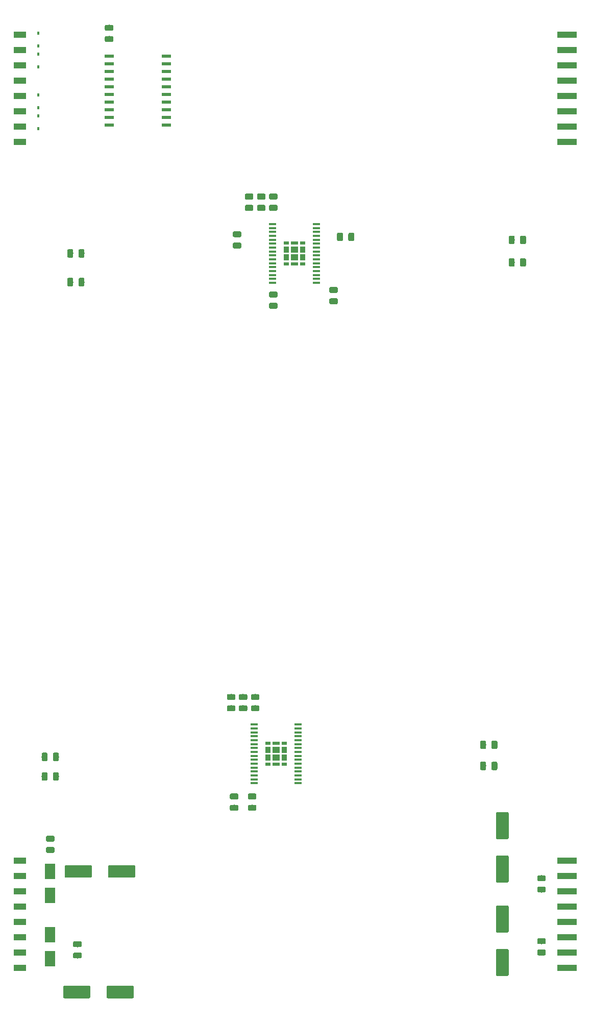
<source format=gbr>
G04 #@! TF.GenerationSoftware,KiCad,Pcbnew,(5.1.4)-1*
G04 #@! TF.CreationDate,2019-11-12T22:00:31+01:00*
G04 #@! TF.ProjectId,Digit,44696769-742e-46b6-9963-61645f706362,rev?*
G04 #@! TF.SameCoordinates,Original*
G04 #@! TF.FileFunction,Paste,Bot*
G04 #@! TF.FilePolarity,Positive*
%FSLAX46Y46*%
G04 Gerber Fmt 4.6, Leading zero omitted, Abs format (unit mm)*
G04 Created by KiCad (PCBNEW (5.1.4)-1) date 2019-11-12 22:00:31*
%MOMM*%
%LPD*%
G04 APERTURE LIST*
%ADD10C,0.100000*%
%ADD11C,0.975000*%
%ADD12C,2.100000*%
%ADD13R,1.800000X2.500000*%
%ADD14R,0.450000X0.600000*%
%ADD15R,1.500000X0.600000*%
%ADD16R,1.200000X0.400000*%
%ADD17R,1.200000X1.000000*%
%ADD18R,1.200000X0.550000*%
%ADD19R,0.930000X1.000000*%
%ADD20R,0.930000X0.550000*%
%ADD21R,3.200000X1.000000*%
%ADD22R,2.000000X1.000000*%
G04 APERTURE END LIST*
D10*
G36*
X80205142Y-171301174D02*
G01*
X80228803Y-171304684D01*
X80252007Y-171310496D01*
X80274529Y-171318554D01*
X80296153Y-171328782D01*
X80316670Y-171341079D01*
X80335883Y-171355329D01*
X80353607Y-171371393D01*
X80369671Y-171389117D01*
X80383921Y-171408330D01*
X80396218Y-171428847D01*
X80406446Y-171450471D01*
X80414504Y-171472993D01*
X80420316Y-171496197D01*
X80423826Y-171519858D01*
X80425000Y-171543750D01*
X80425000Y-172456250D01*
X80423826Y-172480142D01*
X80420316Y-172503803D01*
X80414504Y-172527007D01*
X80406446Y-172549529D01*
X80396218Y-172571153D01*
X80383921Y-172591670D01*
X80369671Y-172610883D01*
X80353607Y-172628607D01*
X80335883Y-172644671D01*
X80316670Y-172658921D01*
X80296153Y-172671218D01*
X80274529Y-172681446D01*
X80252007Y-172689504D01*
X80228803Y-172695316D01*
X80205142Y-172698826D01*
X80181250Y-172700000D01*
X79693750Y-172700000D01*
X79669858Y-172698826D01*
X79646197Y-172695316D01*
X79622993Y-172689504D01*
X79600471Y-172681446D01*
X79578847Y-172671218D01*
X79558330Y-172658921D01*
X79539117Y-172644671D01*
X79521393Y-172628607D01*
X79505329Y-172610883D01*
X79491079Y-172591670D01*
X79478782Y-172571153D01*
X79468554Y-172549529D01*
X79460496Y-172527007D01*
X79454684Y-172503803D01*
X79451174Y-172480142D01*
X79450000Y-172456250D01*
X79450000Y-171543750D01*
X79451174Y-171519858D01*
X79454684Y-171496197D01*
X79460496Y-171472993D01*
X79468554Y-171450471D01*
X79478782Y-171428847D01*
X79491079Y-171408330D01*
X79505329Y-171389117D01*
X79521393Y-171371393D01*
X79539117Y-171355329D01*
X79558330Y-171341079D01*
X79578847Y-171328782D01*
X79600471Y-171318554D01*
X79622993Y-171310496D01*
X79646197Y-171304684D01*
X79669858Y-171301174D01*
X79693750Y-171300000D01*
X80181250Y-171300000D01*
X80205142Y-171301174D01*
X80205142Y-171301174D01*
G37*
D11*
X79937500Y-172000000D03*
D10*
G36*
X78330142Y-171301174D02*
G01*
X78353803Y-171304684D01*
X78377007Y-171310496D01*
X78399529Y-171318554D01*
X78421153Y-171328782D01*
X78441670Y-171341079D01*
X78460883Y-171355329D01*
X78478607Y-171371393D01*
X78494671Y-171389117D01*
X78508921Y-171408330D01*
X78521218Y-171428847D01*
X78531446Y-171450471D01*
X78539504Y-171472993D01*
X78545316Y-171496197D01*
X78548826Y-171519858D01*
X78550000Y-171543750D01*
X78550000Y-172456250D01*
X78548826Y-172480142D01*
X78545316Y-172503803D01*
X78539504Y-172527007D01*
X78531446Y-172549529D01*
X78521218Y-172571153D01*
X78508921Y-172591670D01*
X78494671Y-172610883D01*
X78478607Y-172628607D01*
X78460883Y-172644671D01*
X78441670Y-172658921D01*
X78421153Y-172671218D01*
X78399529Y-172681446D01*
X78377007Y-172689504D01*
X78353803Y-172695316D01*
X78330142Y-172698826D01*
X78306250Y-172700000D01*
X77818750Y-172700000D01*
X77794858Y-172698826D01*
X77771197Y-172695316D01*
X77747993Y-172689504D01*
X77725471Y-172681446D01*
X77703847Y-172671218D01*
X77683330Y-172658921D01*
X77664117Y-172644671D01*
X77646393Y-172628607D01*
X77630329Y-172610883D01*
X77616079Y-172591670D01*
X77603782Y-172571153D01*
X77593554Y-172549529D01*
X77585496Y-172527007D01*
X77579684Y-172503803D01*
X77576174Y-172480142D01*
X77575000Y-172456250D01*
X77575000Y-171543750D01*
X77576174Y-171519858D01*
X77579684Y-171496197D01*
X77585496Y-171472993D01*
X77593554Y-171450471D01*
X77603782Y-171428847D01*
X77616079Y-171408330D01*
X77630329Y-171389117D01*
X77646393Y-171371393D01*
X77664117Y-171355329D01*
X77683330Y-171341079D01*
X77703847Y-171328782D01*
X77725471Y-171318554D01*
X77747993Y-171310496D01*
X77771197Y-171304684D01*
X77794858Y-171301174D01*
X77818750Y-171300000D01*
X78306250Y-171300000D01*
X78330142Y-171301174D01*
X78330142Y-171301174D01*
G37*
D11*
X78062500Y-172000000D03*
D10*
G36*
X80205142Y-174551174D02*
G01*
X80228803Y-174554684D01*
X80252007Y-174560496D01*
X80274529Y-174568554D01*
X80296153Y-174578782D01*
X80316670Y-174591079D01*
X80335883Y-174605329D01*
X80353607Y-174621393D01*
X80369671Y-174639117D01*
X80383921Y-174658330D01*
X80396218Y-174678847D01*
X80406446Y-174700471D01*
X80414504Y-174722993D01*
X80420316Y-174746197D01*
X80423826Y-174769858D01*
X80425000Y-174793750D01*
X80425000Y-175706250D01*
X80423826Y-175730142D01*
X80420316Y-175753803D01*
X80414504Y-175777007D01*
X80406446Y-175799529D01*
X80396218Y-175821153D01*
X80383921Y-175841670D01*
X80369671Y-175860883D01*
X80353607Y-175878607D01*
X80335883Y-175894671D01*
X80316670Y-175908921D01*
X80296153Y-175921218D01*
X80274529Y-175931446D01*
X80252007Y-175939504D01*
X80228803Y-175945316D01*
X80205142Y-175948826D01*
X80181250Y-175950000D01*
X79693750Y-175950000D01*
X79669858Y-175948826D01*
X79646197Y-175945316D01*
X79622993Y-175939504D01*
X79600471Y-175931446D01*
X79578847Y-175921218D01*
X79558330Y-175908921D01*
X79539117Y-175894671D01*
X79521393Y-175878607D01*
X79505329Y-175860883D01*
X79491079Y-175841670D01*
X79478782Y-175821153D01*
X79468554Y-175799529D01*
X79460496Y-175777007D01*
X79454684Y-175753803D01*
X79451174Y-175730142D01*
X79450000Y-175706250D01*
X79450000Y-174793750D01*
X79451174Y-174769858D01*
X79454684Y-174746197D01*
X79460496Y-174722993D01*
X79468554Y-174700471D01*
X79478782Y-174678847D01*
X79491079Y-174658330D01*
X79505329Y-174639117D01*
X79521393Y-174621393D01*
X79539117Y-174605329D01*
X79558330Y-174591079D01*
X79578847Y-174578782D01*
X79600471Y-174568554D01*
X79622993Y-174560496D01*
X79646197Y-174554684D01*
X79669858Y-174551174D01*
X79693750Y-174550000D01*
X80181250Y-174550000D01*
X80205142Y-174551174D01*
X80205142Y-174551174D01*
G37*
D11*
X79937500Y-175250000D03*
D10*
G36*
X78330142Y-174551174D02*
G01*
X78353803Y-174554684D01*
X78377007Y-174560496D01*
X78399529Y-174568554D01*
X78421153Y-174578782D01*
X78441670Y-174591079D01*
X78460883Y-174605329D01*
X78478607Y-174621393D01*
X78494671Y-174639117D01*
X78508921Y-174658330D01*
X78521218Y-174678847D01*
X78531446Y-174700471D01*
X78539504Y-174722993D01*
X78545316Y-174746197D01*
X78548826Y-174769858D01*
X78550000Y-174793750D01*
X78550000Y-175706250D01*
X78548826Y-175730142D01*
X78545316Y-175753803D01*
X78539504Y-175777007D01*
X78531446Y-175799529D01*
X78521218Y-175821153D01*
X78508921Y-175841670D01*
X78494671Y-175860883D01*
X78478607Y-175878607D01*
X78460883Y-175894671D01*
X78441670Y-175908921D01*
X78421153Y-175921218D01*
X78399529Y-175931446D01*
X78377007Y-175939504D01*
X78353803Y-175945316D01*
X78330142Y-175948826D01*
X78306250Y-175950000D01*
X77818750Y-175950000D01*
X77794858Y-175948826D01*
X77771197Y-175945316D01*
X77747993Y-175939504D01*
X77725471Y-175931446D01*
X77703847Y-175921218D01*
X77683330Y-175908921D01*
X77664117Y-175894671D01*
X77646393Y-175878607D01*
X77630329Y-175860883D01*
X77616079Y-175841670D01*
X77603782Y-175821153D01*
X77593554Y-175799529D01*
X77585496Y-175777007D01*
X77579684Y-175753803D01*
X77576174Y-175730142D01*
X77575000Y-175706250D01*
X77575000Y-174793750D01*
X77576174Y-174769858D01*
X77579684Y-174746197D01*
X77585496Y-174722993D01*
X77593554Y-174700471D01*
X77603782Y-174678847D01*
X77616079Y-174658330D01*
X77630329Y-174639117D01*
X77646393Y-174621393D01*
X77664117Y-174605329D01*
X77683330Y-174591079D01*
X77703847Y-174578782D01*
X77725471Y-174568554D01*
X77747993Y-174560496D01*
X77771197Y-174554684D01*
X77794858Y-174551174D01*
X77818750Y-174550000D01*
X78306250Y-174550000D01*
X78330142Y-174551174D01*
X78330142Y-174551174D01*
G37*
D11*
X78062500Y-175250000D03*
D10*
G36*
X109980142Y-178076174D02*
G01*
X110003803Y-178079684D01*
X110027007Y-178085496D01*
X110049529Y-178093554D01*
X110071153Y-178103782D01*
X110091670Y-178116079D01*
X110110883Y-178130329D01*
X110128607Y-178146393D01*
X110144671Y-178164117D01*
X110158921Y-178183330D01*
X110171218Y-178203847D01*
X110181446Y-178225471D01*
X110189504Y-178247993D01*
X110195316Y-178271197D01*
X110198826Y-178294858D01*
X110200000Y-178318750D01*
X110200000Y-178806250D01*
X110198826Y-178830142D01*
X110195316Y-178853803D01*
X110189504Y-178877007D01*
X110181446Y-178899529D01*
X110171218Y-178921153D01*
X110158921Y-178941670D01*
X110144671Y-178960883D01*
X110128607Y-178978607D01*
X110110883Y-178994671D01*
X110091670Y-179008921D01*
X110071153Y-179021218D01*
X110049529Y-179031446D01*
X110027007Y-179039504D01*
X110003803Y-179045316D01*
X109980142Y-179048826D01*
X109956250Y-179050000D01*
X109043750Y-179050000D01*
X109019858Y-179048826D01*
X108996197Y-179045316D01*
X108972993Y-179039504D01*
X108950471Y-179031446D01*
X108928847Y-179021218D01*
X108908330Y-179008921D01*
X108889117Y-178994671D01*
X108871393Y-178978607D01*
X108855329Y-178960883D01*
X108841079Y-178941670D01*
X108828782Y-178921153D01*
X108818554Y-178899529D01*
X108810496Y-178877007D01*
X108804684Y-178853803D01*
X108801174Y-178830142D01*
X108800000Y-178806250D01*
X108800000Y-178318750D01*
X108801174Y-178294858D01*
X108804684Y-178271197D01*
X108810496Y-178247993D01*
X108818554Y-178225471D01*
X108828782Y-178203847D01*
X108841079Y-178183330D01*
X108855329Y-178164117D01*
X108871393Y-178146393D01*
X108889117Y-178130329D01*
X108908330Y-178116079D01*
X108928847Y-178103782D01*
X108950471Y-178093554D01*
X108972993Y-178085496D01*
X108996197Y-178079684D01*
X109019858Y-178076174D01*
X109043750Y-178075000D01*
X109956250Y-178075000D01*
X109980142Y-178076174D01*
X109980142Y-178076174D01*
G37*
D11*
X109500000Y-178562500D03*
D10*
G36*
X109980142Y-179951174D02*
G01*
X110003803Y-179954684D01*
X110027007Y-179960496D01*
X110049529Y-179968554D01*
X110071153Y-179978782D01*
X110091670Y-179991079D01*
X110110883Y-180005329D01*
X110128607Y-180021393D01*
X110144671Y-180039117D01*
X110158921Y-180058330D01*
X110171218Y-180078847D01*
X110181446Y-180100471D01*
X110189504Y-180122993D01*
X110195316Y-180146197D01*
X110198826Y-180169858D01*
X110200000Y-180193750D01*
X110200000Y-180681250D01*
X110198826Y-180705142D01*
X110195316Y-180728803D01*
X110189504Y-180752007D01*
X110181446Y-180774529D01*
X110171218Y-180796153D01*
X110158921Y-180816670D01*
X110144671Y-180835883D01*
X110128607Y-180853607D01*
X110110883Y-180869671D01*
X110091670Y-180883921D01*
X110071153Y-180896218D01*
X110049529Y-180906446D01*
X110027007Y-180914504D01*
X110003803Y-180920316D01*
X109980142Y-180923826D01*
X109956250Y-180925000D01*
X109043750Y-180925000D01*
X109019858Y-180923826D01*
X108996197Y-180920316D01*
X108972993Y-180914504D01*
X108950471Y-180906446D01*
X108928847Y-180896218D01*
X108908330Y-180883921D01*
X108889117Y-180869671D01*
X108871393Y-180853607D01*
X108855329Y-180835883D01*
X108841079Y-180816670D01*
X108828782Y-180796153D01*
X108818554Y-180774529D01*
X108810496Y-180752007D01*
X108804684Y-180728803D01*
X108801174Y-180705142D01*
X108800000Y-180681250D01*
X108800000Y-180193750D01*
X108801174Y-180169858D01*
X108804684Y-180146197D01*
X108810496Y-180122993D01*
X108818554Y-180100471D01*
X108828782Y-180078847D01*
X108841079Y-180058330D01*
X108855329Y-180039117D01*
X108871393Y-180021393D01*
X108889117Y-180005329D01*
X108908330Y-179991079D01*
X108928847Y-179978782D01*
X108950471Y-179968554D01*
X108972993Y-179960496D01*
X108996197Y-179954684D01*
X109019858Y-179951174D01*
X109043750Y-179950000D01*
X109956250Y-179950000D01*
X109980142Y-179951174D01*
X109980142Y-179951174D01*
G37*
D11*
X109500000Y-180437500D03*
D10*
G36*
X112980142Y-178076174D02*
G01*
X113003803Y-178079684D01*
X113027007Y-178085496D01*
X113049529Y-178093554D01*
X113071153Y-178103782D01*
X113091670Y-178116079D01*
X113110883Y-178130329D01*
X113128607Y-178146393D01*
X113144671Y-178164117D01*
X113158921Y-178183330D01*
X113171218Y-178203847D01*
X113181446Y-178225471D01*
X113189504Y-178247993D01*
X113195316Y-178271197D01*
X113198826Y-178294858D01*
X113200000Y-178318750D01*
X113200000Y-178806250D01*
X113198826Y-178830142D01*
X113195316Y-178853803D01*
X113189504Y-178877007D01*
X113181446Y-178899529D01*
X113171218Y-178921153D01*
X113158921Y-178941670D01*
X113144671Y-178960883D01*
X113128607Y-178978607D01*
X113110883Y-178994671D01*
X113091670Y-179008921D01*
X113071153Y-179021218D01*
X113049529Y-179031446D01*
X113027007Y-179039504D01*
X113003803Y-179045316D01*
X112980142Y-179048826D01*
X112956250Y-179050000D01*
X112043750Y-179050000D01*
X112019858Y-179048826D01*
X111996197Y-179045316D01*
X111972993Y-179039504D01*
X111950471Y-179031446D01*
X111928847Y-179021218D01*
X111908330Y-179008921D01*
X111889117Y-178994671D01*
X111871393Y-178978607D01*
X111855329Y-178960883D01*
X111841079Y-178941670D01*
X111828782Y-178921153D01*
X111818554Y-178899529D01*
X111810496Y-178877007D01*
X111804684Y-178853803D01*
X111801174Y-178830142D01*
X111800000Y-178806250D01*
X111800000Y-178318750D01*
X111801174Y-178294858D01*
X111804684Y-178271197D01*
X111810496Y-178247993D01*
X111818554Y-178225471D01*
X111828782Y-178203847D01*
X111841079Y-178183330D01*
X111855329Y-178164117D01*
X111871393Y-178146393D01*
X111889117Y-178130329D01*
X111908330Y-178116079D01*
X111928847Y-178103782D01*
X111950471Y-178093554D01*
X111972993Y-178085496D01*
X111996197Y-178079684D01*
X112019858Y-178076174D01*
X112043750Y-178075000D01*
X112956250Y-178075000D01*
X112980142Y-178076174D01*
X112980142Y-178076174D01*
G37*
D11*
X112500000Y-178562500D03*
D10*
G36*
X112980142Y-179951174D02*
G01*
X113003803Y-179954684D01*
X113027007Y-179960496D01*
X113049529Y-179968554D01*
X113071153Y-179978782D01*
X113091670Y-179991079D01*
X113110883Y-180005329D01*
X113128607Y-180021393D01*
X113144671Y-180039117D01*
X113158921Y-180058330D01*
X113171218Y-180078847D01*
X113181446Y-180100471D01*
X113189504Y-180122993D01*
X113195316Y-180146197D01*
X113198826Y-180169858D01*
X113200000Y-180193750D01*
X113200000Y-180681250D01*
X113198826Y-180705142D01*
X113195316Y-180728803D01*
X113189504Y-180752007D01*
X113181446Y-180774529D01*
X113171218Y-180796153D01*
X113158921Y-180816670D01*
X113144671Y-180835883D01*
X113128607Y-180853607D01*
X113110883Y-180869671D01*
X113091670Y-180883921D01*
X113071153Y-180896218D01*
X113049529Y-180906446D01*
X113027007Y-180914504D01*
X113003803Y-180920316D01*
X112980142Y-180923826D01*
X112956250Y-180925000D01*
X112043750Y-180925000D01*
X112019858Y-180923826D01*
X111996197Y-180920316D01*
X111972993Y-180914504D01*
X111950471Y-180906446D01*
X111928847Y-180896218D01*
X111908330Y-180883921D01*
X111889117Y-180869671D01*
X111871393Y-180853607D01*
X111855329Y-180835883D01*
X111841079Y-180816670D01*
X111828782Y-180796153D01*
X111818554Y-180774529D01*
X111810496Y-180752007D01*
X111804684Y-180728803D01*
X111801174Y-180705142D01*
X111800000Y-180681250D01*
X111800000Y-180193750D01*
X111801174Y-180169858D01*
X111804684Y-180146197D01*
X111810496Y-180122993D01*
X111818554Y-180100471D01*
X111828782Y-180078847D01*
X111841079Y-180058330D01*
X111855329Y-180039117D01*
X111871393Y-180021393D01*
X111889117Y-180005329D01*
X111908330Y-179991079D01*
X111928847Y-179978782D01*
X111950471Y-179968554D01*
X111972993Y-179960496D01*
X111996197Y-179954684D01*
X112019858Y-179951174D01*
X112043750Y-179950000D01*
X112956250Y-179950000D01*
X112980142Y-179951174D01*
X112980142Y-179951174D01*
G37*
D11*
X112500000Y-180437500D03*
D10*
G36*
X151080142Y-172801174D02*
G01*
X151103803Y-172804684D01*
X151127007Y-172810496D01*
X151149529Y-172818554D01*
X151171153Y-172828782D01*
X151191670Y-172841079D01*
X151210883Y-172855329D01*
X151228607Y-172871393D01*
X151244671Y-172889117D01*
X151258921Y-172908330D01*
X151271218Y-172928847D01*
X151281446Y-172950471D01*
X151289504Y-172972993D01*
X151295316Y-172996197D01*
X151298826Y-173019858D01*
X151300000Y-173043750D01*
X151300000Y-173956250D01*
X151298826Y-173980142D01*
X151295316Y-174003803D01*
X151289504Y-174027007D01*
X151281446Y-174049529D01*
X151271218Y-174071153D01*
X151258921Y-174091670D01*
X151244671Y-174110883D01*
X151228607Y-174128607D01*
X151210883Y-174144671D01*
X151191670Y-174158921D01*
X151171153Y-174171218D01*
X151149529Y-174181446D01*
X151127007Y-174189504D01*
X151103803Y-174195316D01*
X151080142Y-174198826D01*
X151056250Y-174200000D01*
X150568750Y-174200000D01*
X150544858Y-174198826D01*
X150521197Y-174195316D01*
X150497993Y-174189504D01*
X150475471Y-174181446D01*
X150453847Y-174171218D01*
X150433330Y-174158921D01*
X150414117Y-174144671D01*
X150396393Y-174128607D01*
X150380329Y-174110883D01*
X150366079Y-174091670D01*
X150353782Y-174071153D01*
X150343554Y-174049529D01*
X150335496Y-174027007D01*
X150329684Y-174003803D01*
X150326174Y-173980142D01*
X150325000Y-173956250D01*
X150325000Y-173043750D01*
X150326174Y-173019858D01*
X150329684Y-172996197D01*
X150335496Y-172972993D01*
X150343554Y-172950471D01*
X150353782Y-172928847D01*
X150366079Y-172908330D01*
X150380329Y-172889117D01*
X150396393Y-172871393D01*
X150414117Y-172855329D01*
X150433330Y-172841079D01*
X150453847Y-172828782D01*
X150475471Y-172818554D01*
X150497993Y-172810496D01*
X150521197Y-172804684D01*
X150544858Y-172801174D01*
X150568750Y-172800000D01*
X151056250Y-172800000D01*
X151080142Y-172801174D01*
X151080142Y-172801174D01*
G37*
D11*
X150812500Y-173500000D03*
D10*
G36*
X152955142Y-172801174D02*
G01*
X152978803Y-172804684D01*
X153002007Y-172810496D01*
X153024529Y-172818554D01*
X153046153Y-172828782D01*
X153066670Y-172841079D01*
X153085883Y-172855329D01*
X153103607Y-172871393D01*
X153119671Y-172889117D01*
X153133921Y-172908330D01*
X153146218Y-172928847D01*
X153156446Y-172950471D01*
X153164504Y-172972993D01*
X153170316Y-172996197D01*
X153173826Y-173019858D01*
X153175000Y-173043750D01*
X153175000Y-173956250D01*
X153173826Y-173980142D01*
X153170316Y-174003803D01*
X153164504Y-174027007D01*
X153156446Y-174049529D01*
X153146218Y-174071153D01*
X153133921Y-174091670D01*
X153119671Y-174110883D01*
X153103607Y-174128607D01*
X153085883Y-174144671D01*
X153066670Y-174158921D01*
X153046153Y-174171218D01*
X153024529Y-174181446D01*
X153002007Y-174189504D01*
X152978803Y-174195316D01*
X152955142Y-174198826D01*
X152931250Y-174200000D01*
X152443750Y-174200000D01*
X152419858Y-174198826D01*
X152396197Y-174195316D01*
X152372993Y-174189504D01*
X152350471Y-174181446D01*
X152328847Y-174171218D01*
X152308330Y-174158921D01*
X152289117Y-174144671D01*
X152271393Y-174128607D01*
X152255329Y-174110883D01*
X152241079Y-174091670D01*
X152228782Y-174071153D01*
X152218554Y-174049529D01*
X152210496Y-174027007D01*
X152204684Y-174003803D01*
X152201174Y-173980142D01*
X152200000Y-173956250D01*
X152200000Y-173043750D01*
X152201174Y-173019858D01*
X152204684Y-172996197D01*
X152210496Y-172972993D01*
X152218554Y-172950471D01*
X152228782Y-172928847D01*
X152241079Y-172908330D01*
X152255329Y-172889117D01*
X152271393Y-172871393D01*
X152289117Y-172855329D01*
X152308330Y-172841079D01*
X152328847Y-172828782D01*
X152350471Y-172818554D01*
X152372993Y-172810496D01*
X152396197Y-172804684D01*
X152419858Y-172801174D01*
X152443750Y-172800000D01*
X152931250Y-172800000D01*
X152955142Y-172801174D01*
X152955142Y-172801174D01*
G37*
D11*
X152687500Y-173500000D03*
D10*
G36*
X151080142Y-169301174D02*
G01*
X151103803Y-169304684D01*
X151127007Y-169310496D01*
X151149529Y-169318554D01*
X151171153Y-169328782D01*
X151191670Y-169341079D01*
X151210883Y-169355329D01*
X151228607Y-169371393D01*
X151244671Y-169389117D01*
X151258921Y-169408330D01*
X151271218Y-169428847D01*
X151281446Y-169450471D01*
X151289504Y-169472993D01*
X151295316Y-169496197D01*
X151298826Y-169519858D01*
X151300000Y-169543750D01*
X151300000Y-170456250D01*
X151298826Y-170480142D01*
X151295316Y-170503803D01*
X151289504Y-170527007D01*
X151281446Y-170549529D01*
X151271218Y-170571153D01*
X151258921Y-170591670D01*
X151244671Y-170610883D01*
X151228607Y-170628607D01*
X151210883Y-170644671D01*
X151191670Y-170658921D01*
X151171153Y-170671218D01*
X151149529Y-170681446D01*
X151127007Y-170689504D01*
X151103803Y-170695316D01*
X151080142Y-170698826D01*
X151056250Y-170700000D01*
X150568750Y-170700000D01*
X150544858Y-170698826D01*
X150521197Y-170695316D01*
X150497993Y-170689504D01*
X150475471Y-170681446D01*
X150453847Y-170671218D01*
X150433330Y-170658921D01*
X150414117Y-170644671D01*
X150396393Y-170628607D01*
X150380329Y-170610883D01*
X150366079Y-170591670D01*
X150353782Y-170571153D01*
X150343554Y-170549529D01*
X150335496Y-170527007D01*
X150329684Y-170503803D01*
X150326174Y-170480142D01*
X150325000Y-170456250D01*
X150325000Y-169543750D01*
X150326174Y-169519858D01*
X150329684Y-169496197D01*
X150335496Y-169472993D01*
X150343554Y-169450471D01*
X150353782Y-169428847D01*
X150366079Y-169408330D01*
X150380329Y-169389117D01*
X150396393Y-169371393D01*
X150414117Y-169355329D01*
X150433330Y-169341079D01*
X150453847Y-169328782D01*
X150475471Y-169318554D01*
X150497993Y-169310496D01*
X150521197Y-169304684D01*
X150544858Y-169301174D01*
X150568750Y-169300000D01*
X151056250Y-169300000D01*
X151080142Y-169301174D01*
X151080142Y-169301174D01*
G37*
D11*
X150812500Y-170000000D03*
D10*
G36*
X152955142Y-169301174D02*
G01*
X152978803Y-169304684D01*
X153002007Y-169310496D01*
X153024529Y-169318554D01*
X153046153Y-169328782D01*
X153066670Y-169341079D01*
X153085883Y-169355329D01*
X153103607Y-169371393D01*
X153119671Y-169389117D01*
X153133921Y-169408330D01*
X153146218Y-169428847D01*
X153156446Y-169450471D01*
X153164504Y-169472993D01*
X153170316Y-169496197D01*
X153173826Y-169519858D01*
X153175000Y-169543750D01*
X153175000Y-170456250D01*
X153173826Y-170480142D01*
X153170316Y-170503803D01*
X153164504Y-170527007D01*
X153156446Y-170549529D01*
X153146218Y-170571153D01*
X153133921Y-170591670D01*
X153119671Y-170610883D01*
X153103607Y-170628607D01*
X153085883Y-170644671D01*
X153066670Y-170658921D01*
X153046153Y-170671218D01*
X153024529Y-170681446D01*
X153002007Y-170689504D01*
X152978803Y-170695316D01*
X152955142Y-170698826D01*
X152931250Y-170700000D01*
X152443750Y-170700000D01*
X152419858Y-170698826D01*
X152396197Y-170695316D01*
X152372993Y-170689504D01*
X152350471Y-170681446D01*
X152328847Y-170671218D01*
X152308330Y-170658921D01*
X152289117Y-170644671D01*
X152271393Y-170628607D01*
X152255329Y-170610883D01*
X152241079Y-170591670D01*
X152228782Y-170571153D01*
X152218554Y-170549529D01*
X152210496Y-170527007D01*
X152204684Y-170503803D01*
X152201174Y-170480142D01*
X152200000Y-170456250D01*
X152200000Y-169543750D01*
X152201174Y-169519858D01*
X152204684Y-169496197D01*
X152210496Y-169472993D01*
X152218554Y-169450471D01*
X152228782Y-169428847D01*
X152241079Y-169408330D01*
X152255329Y-169389117D01*
X152271393Y-169371393D01*
X152289117Y-169355329D01*
X152308330Y-169341079D01*
X152328847Y-169328782D01*
X152350471Y-169318554D01*
X152372993Y-169310496D01*
X152396197Y-169304684D01*
X152419858Y-169301174D01*
X152443750Y-169300000D01*
X152931250Y-169300000D01*
X152955142Y-169301174D01*
X152955142Y-169301174D01*
G37*
D11*
X152687500Y-170000000D03*
D10*
G36*
X110480142Y-86701174D02*
G01*
X110503803Y-86704684D01*
X110527007Y-86710496D01*
X110549529Y-86718554D01*
X110571153Y-86728782D01*
X110591670Y-86741079D01*
X110610883Y-86755329D01*
X110628607Y-86771393D01*
X110644671Y-86789117D01*
X110658921Y-86808330D01*
X110671218Y-86828847D01*
X110681446Y-86850471D01*
X110689504Y-86872993D01*
X110695316Y-86896197D01*
X110698826Y-86919858D01*
X110700000Y-86943750D01*
X110700000Y-87431250D01*
X110698826Y-87455142D01*
X110695316Y-87478803D01*
X110689504Y-87502007D01*
X110681446Y-87524529D01*
X110671218Y-87546153D01*
X110658921Y-87566670D01*
X110644671Y-87585883D01*
X110628607Y-87603607D01*
X110610883Y-87619671D01*
X110591670Y-87633921D01*
X110571153Y-87646218D01*
X110549529Y-87656446D01*
X110527007Y-87664504D01*
X110503803Y-87670316D01*
X110480142Y-87673826D01*
X110456250Y-87675000D01*
X109543750Y-87675000D01*
X109519858Y-87673826D01*
X109496197Y-87670316D01*
X109472993Y-87664504D01*
X109450471Y-87656446D01*
X109428847Y-87646218D01*
X109408330Y-87633921D01*
X109389117Y-87619671D01*
X109371393Y-87603607D01*
X109355329Y-87585883D01*
X109341079Y-87566670D01*
X109328782Y-87546153D01*
X109318554Y-87524529D01*
X109310496Y-87502007D01*
X109304684Y-87478803D01*
X109301174Y-87455142D01*
X109300000Y-87431250D01*
X109300000Y-86943750D01*
X109301174Y-86919858D01*
X109304684Y-86896197D01*
X109310496Y-86872993D01*
X109318554Y-86850471D01*
X109328782Y-86828847D01*
X109341079Y-86808330D01*
X109355329Y-86789117D01*
X109371393Y-86771393D01*
X109389117Y-86755329D01*
X109408330Y-86741079D01*
X109428847Y-86728782D01*
X109450471Y-86718554D01*
X109472993Y-86710496D01*
X109496197Y-86704684D01*
X109519858Y-86701174D01*
X109543750Y-86700000D01*
X110456250Y-86700000D01*
X110480142Y-86701174D01*
X110480142Y-86701174D01*
G37*
D11*
X110000000Y-87187500D03*
D10*
G36*
X110480142Y-84826174D02*
G01*
X110503803Y-84829684D01*
X110527007Y-84835496D01*
X110549529Y-84843554D01*
X110571153Y-84853782D01*
X110591670Y-84866079D01*
X110610883Y-84880329D01*
X110628607Y-84896393D01*
X110644671Y-84914117D01*
X110658921Y-84933330D01*
X110671218Y-84953847D01*
X110681446Y-84975471D01*
X110689504Y-84997993D01*
X110695316Y-85021197D01*
X110698826Y-85044858D01*
X110700000Y-85068750D01*
X110700000Y-85556250D01*
X110698826Y-85580142D01*
X110695316Y-85603803D01*
X110689504Y-85627007D01*
X110681446Y-85649529D01*
X110671218Y-85671153D01*
X110658921Y-85691670D01*
X110644671Y-85710883D01*
X110628607Y-85728607D01*
X110610883Y-85744671D01*
X110591670Y-85758921D01*
X110571153Y-85771218D01*
X110549529Y-85781446D01*
X110527007Y-85789504D01*
X110503803Y-85795316D01*
X110480142Y-85798826D01*
X110456250Y-85800000D01*
X109543750Y-85800000D01*
X109519858Y-85798826D01*
X109496197Y-85795316D01*
X109472993Y-85789504D01*
X109450471Y-85781446D01*
X109428847Y-85771218D01*
X109408330Y-85758921D01*
X109389117Y-85744671D01*
X109371393Y-85728607D01*
X109355329Y-85710883D01*
X109341079Y-85691670D01*
X109328782Y-85671153D01*
X109318554Y-85649529D01*
X109310496Y-85627007D01*
X109304684Y-85603803D01*
X109301174Y-85580142D01*
X109300000Y-85556250D01*
X109300000Y-85068750D01*
X109301174Y-85044858D01*
X109304684Y-85021197D01*
X109310496Y-84997993D01*
X109318554Y-84975471D01*
X109328782Y-84953847D01*
X109341079Y-84933330D01*
X109355329Y-84914117D01*
X109371393Y-84896393D01*
X109389117Y-84880329D01*
X109408330Y-84866079D01*
X109428847Y-84853782D01*
X109450471Y-84843554D01*
X109472993Y-84835496D01*
X109496197Y-84829684D01*
X109519858Y-84826174D01*
X109543750Y-84825000D01*
X110456250Y-84825000D01*
X110480142Y-84826174D01*
X110480142Y-84826174D01*
G37*
D11*
X110000000Y-85312500D03*
D10*
G36*
X84455142Y-87801174D02*
G01*
X84478803Y-87804684D01*
X84502007Y-87810496D01*
X84524529Y-87818554D01*
X84546153Y-87828782D01*
X84566670Y-87841079D01*
X84585883Y-87855329D01*
X84603607Y-87871393D01*
X84619671Y-87889117D01*
X84633921Y-87908330D01*
X84646218Y-87928847D01*
X84656446Y-87950471D01*
X84664504Y-87972993D01*
X84670316Y-87996197D01*
X84673826Y-88019858D01*
X84675000Y-88043750D01*
X84675000Y-88956250D01*
X84673826Y-88980142D01*
X84670316Y-89003803D01*
X84664504Y-89027007D01*
X84656446Y-89049529D01*
X84646218Y-89071153D01*
X84633921Y-89091670D01*
X84619671Y-89110883D01*
X84603607Y-89128607D01*
X84585883Y-89144671D01*
X84566670Y-89158921D01*
X84546153Y-89171218D01*
X84524529Y-89181446D01*
X84502007Y-89189504D01*
X84478803Y-89195316D01*
X84455142Y-89198826D01*
X84431250Y-89200000D01*
X83943750Y-89200000D01*
X83919858Y-89198826D01*
X83896197Y-89195316D01*
X83872993Y-89189504D01*
X83850471Y-89181446D01*
X83828847Y-89171218D01*
X83808330Y-89158921D01*
X83789117Y-89144671D01*
X83771393Y-89128607D01*
X83755329Y-89110883D01*
X83741079Y-89091670D01*
X83728782Y-89071153D01*
X83718554Y-89049529D01*
X83710496Y-89027007D01*
X83704684Y-89003803D01*
X83701174Y-88980142D01*
X83700000Y-88956250D01*
X83700000Y-88043750D01*
X83701174Y-88019858D01*
X83704684Y-87996197D01*
X83710496Y-87972993D01*
X83718554Y-87950471D01*
X83728782Y-87928847D01*
X83741079Y-87908330D01*
X83755329Y-87889117D01*
X83771393Y-87871393D01*
X83789117Y-87855329D01*
X83808330Y-87841079D01*
X83828847Y-87828782D01*
X83850471Y-87818554D01*
X83872993Y-87810496D01*
X83896197Y-87804684D01*
X83919858Y-87801174D01*
X83943750Y-87800000D01*
X84431250Y-87800000D01*
X84455142Y-87801174D01*
X84455142Y-87801174D01*
G37*
D11*
X84187500Y-88500000D03*
D10*
G36*
X82580142Y-87801174D02*
G01*
X82603803Y-87804684D01*
X82627007Y-87810496D01*
X82649529Y-87818554D01*
X82671153Y-87828782D01*
X82691670Y-87841079D01*
X82710883Y-87855329D01*
X82728607Y-87871393D01*
X82744671Y-87889117D01*
X82758921Y-87908330D01*
X82771218Y-87928847D01*
X82781446Y-87950471D01*
X82789504Y-87972993D01*
X82795316Y-87996197D01*
X82798826Y-88019858D01*
X82800000Y-88043750D01*
X82800000Y-88956250D01*
X82798826Y-88980142D01*
X82795316Y-89003803D01*
X82789504Y-89027007D01*
X82781446Y-89049529D01*
X82771218Y-89071153D01*
X82758921Y-89091670D01*
X82744671Y-89110883D01*
X82728607Y-89128607D01*
X82710883Y-89144671D01*
X82691670Y-89158921D01*
X82671153Y-89171218D01*
X82649529Y-89181446D01*
X82627007Y-89189504D01*
X82603803Y-89195316D01*
X82580142Y-89198826D01*
X82556250Y-89200000D01*
X82068750Y-89200000D01*
X82044858Y-89198826D01*
X82021197Y-89195316D01*
X81997993Y-89189504D01*
X81975471Y-89181446D01*
X81953847Y-89171218D01*
X81933330Y-89158921D01*
X81914117Y-89144671D01*
X81896393Y-89128607D01*
X81880329Y-89110883D01*
X81866079Y-89091670D01*
X81853782Y-89071153D01*
X81843554Y-89049529D01*
X81835496Y-89027007D01*
X81829684Y-89003803D01*
X81826174Y-88980142D01*
X81825000Y-88956250D01*
X81825000Y-88043750D01*
X81826174Y-88019858D01*
X81829684Y-87996197D01*
X81835496Y-87972993D01*
X81843554Y-87950471D01*
X81853782Y-87928847D01*
X81866079Y-87908330D01*
X81880329Y-87889117D01*
X81896393Y-87871393D01*
X81914117Y-87855329D01*
X81933330Y-87841079D01*
X81953847Y-87828782D01*
X81975471Y-87818554D01*
X81997993Y-87810496D01*
X82021197Y-87804684D01*
X82044858Y-87801174D01*
X82068750Y-87800000D01*
X82556250Y-87800000D01*
X82580142Y-87801174D01*
X82580142Y-87801174D01*
G37*
D11*
X82312500Y-88500000D03*
D10*
G36*
X84455142Y-92551174D02*
G01*
X84478803Y-92554684D01*
X84502007Y-92560496D01*
X84524529Y-92568554D01*
X84546153Y-92578782D01*
X84566670Y-92591079D01*
X84585883Y-92605329D01*
X84603607Y-92621393D01*
X84619671Y-92639117D01*
X84633921Y-92658330D01*
X84646218Y-92678847D01*
X84656446Y-92700471D01*
X84664504Y-92722993D01*
X84670316Y-92746197D01*
X84673826Y-92769858D01*
X84675000Y-92793750D01*
X84675000Y-93706250D01*
X84673826Y-93730142D01*
X84670316Y-93753803D01*
X84664504Y-93777007D01*
X84656446Y-93799529D01*
X84646218Y-93821153D01*
X84633921Y-93841670D01*
X84619671Y-93860883D01*
X84603607Y-93878607D01*
X84585883Y-93894671D01*
X84566670Y-93908921D01*
X84546153Y-93921218D01*
X84524529Y-93931446D01*
X84502007Y-93939504D01*
X84478803Y-93945316D01*
X84455142Y-93948826D01*
X84431250Y-93950000D01*
X83943750Y-93950000D01*
X83919858Y-93948826D01*
X83896197Y-93945316D01*
X83872993Y-93939504D01*
X83850471Y-93931446D01*
X83828847Y-93921218D01*
X83808330Y-93908921D01*
X83789117Y-93894671D01*
X83771393Y-93878607D01*
X83755329Y-93860883D01*
X83741079Y-93841670D01*
X83728782Y-93821153D01*
X83718554Y-93799529D01*
X83710496Y-93777007D01*
X83704684Y-93753803D01*
X83701174Y-93730142D01*
X83700000Y-93706250D01*
X83700000Y-92793750D01*
X83701174Y-92769858D01*
X83704684Y-92746197D01*
X83710496Y-92722993D01*
X83718554Y-92700471D01*
X83728782Y-92678847D01*
X83741079Y-92658330D01*
X83755329Y-92639117D01*
X83771393Y-92621393D01*
X83789117Y-92605329D01*
X83808330Y-92591079D01*
X83828847Y-92578782D01*
X83850471Y-92568554D01*
X83872993Y-92560496D01*
X83896197Y-92554684D01*
X83919858Y-92551174D01*
X83943750Y-92550000D01*
X84431250Y-92550000D01*
X84455142Y-92551174D01*
X84455142Y-92551174D01*
G37*
D11*
X84187500Y-93250000D03*
D10*
G36*
X82580142Y-92551174D02*
G01*
X82603803Y-92554684D01*
X82627007Y-92560496D01*
X82649529Y-92568554D01*
X82671153Y-92578782D01*
X82691670Y-92591079D01*
X82710883Y-92605329D01*
X82728607Y-92621393D01*
X82744671Y-92639117D01*
X82758921Y-92658330D01*
X82771218Y-92678847D01*
X82781446Y-92700471D01*
X82789504Y-92722993D01*
X82795316Y-92746197D01*
X82798826Y-92769858D01*
X82800000Y-92793750D01*
X82800000Y-93706250D01*
X82798826Y-93730142D01*
X82795316Y-93753803D01*
X82789504Y-93777007D01*
X82781446Y-93799529D01*
X82771218Y-93821153D01*
X82758921Y-93841670D01*
X82744671Y-93860883D01*
X82728607Y-93878607D01*
X82710883Y-93894671D01*
X82691670Y-93908921D01*
X82671153Y-93921218D01*
X82649529Y-93931446D01*
X82627007Y-93939504D01*
X82603803Y-93945316D01*
X82580142Y-93948826D01*
X82556250Y-93950000D01*
X82068750Y-93950000D01*
X82044858Y-93948826D01*
X82021197Y-93945316D01*
X81997993Y-93939504D01*
X81975471Y-93931446D01*
X81953847Y-93921218D01*
X81933330Y-93908921D01*
X81914117Y-93894671D01*
X81896393Y-93878607D01*
X81880329Y-93860883D01*
X81866079Y-93841670D01*
X81853782Y-93821153D01*
X81843554Y-93799529D01*
X81835496Y-93777007D01*
X81829684Y-93753803D01*
X81826174Y-93730142D01*
X81825000Y-93706250D01*
X81825000Y-92793750D01*
X81826174Y-92769858D01*
X81829684Y-92746197D01*
X81835496Y-92722993D01*
X81843554Y-92700471D01*
X81853782Y-92678847D01*
X81866079Y-92658330D01*
X81880329Y-92639117D01*
X81896393Y-92621393D01*
X81914117Y-92605329D01*
X81933330Y-92591079D01*
X81953847Y-92578782D01*
X81975471Y-92568554D01*
X81997993Y-92560496D01*
X82021197Y-92554684D01*
X82044858Y-92551174D01*
X82068750Y-92550000D01*
X82556250Y-92550000D01*
X82580142Y-92551174D01*
X82580142Y-92551174D01*
G37*
D11*
X82312500Y-93250000D03*
D10*
G36*
X116480142Y-94826174D02*
G01*
X116503803Y-94829684D01*
X116527007Y-94835496D01*
X116549529Y-94843554D01*
X116571153Y-94853782D01*
X116591670Y-94866079D01*
X116610883Y-94880329D01*
X116628607Y-94896393D01*
X116644671Y-94914117D01*
X116658921Y-94933330D01*
X116671218Y-94953847D01*
X116681446Y-94975471D01*
X116689504Y-94997993D01*
X116695316Y-95021197D01*
X116698826Y-95044858D01*
X116700000Y-95068750D01*
X116700000Y-95556250D01*
X116698826Y-95580142D01*
X116695316Y-95603803D01*
X116689504Y-95627007D01*
X116681446Y-95649529D01*
X116671218Y-95671153D01*
X116658921Y-95691670D01*
X116644671Y-95710883D01*
X116628607Y-95728607D01*
X116610883Y-95744671D01*
X116591670Y-95758921D01*
X116571153Y-95771218D01*
X116549529Y-95781446D01*
X116527007Y-95789504D01*
X116503803Y-95795316D01*
X116480142Y-95798826D01*
X116456250Y-95800000D01*
X115543750Y-95800000D01*
X115519858Y-95798826D01*
X115496197Y-95795316D01*
X115472993Y-95789504D01*
X115450471Y-95781446D01*
X115428847Y-95771218D01*
X115408330Y-95758921D01*
X115389117Y-95744671D01*
X115371393Y-95728607D01*
X115355329Y-95710883D01*
X115341079Y-95691670D01*
X115328782Y-95671153D01*
X115318554Y-95649529D01*
X115310496Y-95627007D01*
X115304684Y-95603803D01*
X115301174Y-95580142D01*
X115300000Y-95556250D01*
X115300000Y-95068750D01*
X115301174Y-95044858D01*
X115304684Y-95021197D01*
X115310496Y-94997993D01*
X115318554Y-94975471D01*
X115328782Y-94953847D01*
X115341079Y-94933330D01*
X115355329Y-94914117D01*
X115371393Y-94896393D01*
X115389117Y-94880329D01*
X115408330Y-94866079D01*
X115428847Y-94853782D01*
X115450471Y-94843554D01*
X115472993Y-94835496D01*
X115496197Y-94829684D01*
X115519858Y-94826174D01*
X115543750Y-94825000D01*
X116456250Y-94825000D01*
X116480142Y-94826174D01*
X116480142Y-94826174D01*
G37*
D11*
X116000000Y-95312500D03*
D10*
G36*
X116480142Y-96701174D02*
G01*
X116503803Y-96704684D01*
X116527007Y-96710496D01*
X116549529Y-96718554D01*
X116571153Y-96728782D01*
X116591670Y-96741079D01*
X116610883Y-96755329D01*
X116628607Y-96771393D01*
X116644671Y-96789117D01*
X116658921Y-96808330D01*
X116671218Y-96828847D01*
X116681446Y-96850471D01*
X116689504Y-96872993D01*
X116695316Y-96896197D01*
X116698826Y-96919858D01*
X116700000Y-96943750D01*
X116700000Y-97431250D01*
X116698826Y-97455142D01*
X116695316Y-97478803D01*
X116689504Y-97502007D01*
X116681446Y-97524529D01*
X116671218Y-97546153D01*
X116658921Y-97566670D01*
X116644671Y-97585883D01*
X116628607Y-97603607D01*
X116610883Y-97619671D01*
X116591670Y-97633921D01*
X116571153Y-97646218D01*
X116549529Y-97656446D01*
X116527007Y-97664504D01*
X116503803Y-97670316D01*
X116480142Y-97673826D01*
X116456250Y-97675000D01*
X115543750Y-97675000D01*
X115519858Y-97673826D01*
X115496197Y-97670316D01*
X115472993Y-97664504D01*
X115450471Y-97656446D01*
X115428847Y-97646218D01*
X115408330Y-97633921D01*
X115389117Y-97619671D01*
X115371393Y-97603607D01*
X115355329Y-97585883D01*
X115341079Y-97566670D01*
X115328782Y-97546153D01*
X115318554Y-97524529D01*
X115310496Y-97502007D01*
X115304684Y-97478803D01*
X115301174Y-97455142D01*
X115300000Y-97431250D01*
X115300000Y-96943750D01*
X115301174Y-96919858D01*
X115304684Y-96896197D01*
X115310496Y-96872993D01*
X115318554Y-96850471D01*
X115328782Y-96828847D01*
X115341079Y-96808330D01*
X115355329Y-96789117D01*
X115371393Y-96771393D01*
X115389117Y-96755329D01*
X115408330Y-96741079D01*
X115428847Y-96728782D01*
X115450471Y-96718554D01*
X115472993Y-96710496D01*
X115496197Y-96704684D01*
X115519858Y-96701174D01*
X115543750Y-96700000D01*
X116456250Y-96700000D01*
X116480142Y-96701174D01*
X116480142Y-96701174D01*
G37*
D11*
X116000000Y-97187500D03*
D10*
G36*
X126480142Y-94076174D02*
G01*
X126503803Y-94079684D01*
X126527007Y-94085496D01*
X126549529Y-94093554D01*
X126571153Y-94103782D01*
X126591670Y-94116079D01*
X126610883Y-94130329D01*
X126628607Y-94146393D01*
X126644671Y-94164117D01*
X126658921Y-94183330D01*
X126671218Y-94203847D01*
X126681446Y-94225471D01*
X126689504Y-94247993D01*
X126695316Y-94271197D01*
X126698826Y-94294858D01*
X126700000Y-94318750D01*
X126700000Y-94806250D01*
X126698826Y-94830142D01*
X126695316Y-94853803D01*
X126689504Y-94877007D01*
X126681446Y-94899529D01*
X126671218Y-94921153D01*
X126658921Y-94941670D01*
X126644671Y-94960883D01*
X126628607Y-94978607D01*
X126610883Y-94994671D01*
X126591670Y-95008921D01*
X126571153Y-95021218D01*
X126549529Y-95031446D01*
X126527007Y-95039504D01*
X126503803Y-95045316D01*
X126480142Y-95048826D01*
X126456250Y-95050000D01*
X125543750Y-95050000D01*
X125519858Y-95048826D01*
X125496197Y-95045316D01*
X125472993Y-95039504D01*
X125450471Y-95031446D01*
X125428847Y-95021218D01*
X125408330Y-95008921D01*
X125389117Y-94994671D01*
X125371393Y-94978607D01*
X125355329Y-94960883D01*
X125341079Y-94941670D01*
X125328782Y-94921153D01*
X125318554Y-94899529D01*
X125310496Y-94877007D01*
X125304684Y-94853803D01*
X125301174Y-94830142D01*
X125300000Y-94806250D01*
X125300000Y-94318750D01*
X125301174Y-94294858D01*
X125304684Y-94271197D01*
X125310496Y-94247993D01*
X125318554Y-94225471D01*
X125328782Y-94203847D01*
X125341079Y-94183330D01*
X125355329Y-94164117D01*
X125371393Y-94146393D01*
X125389117Y-94130329D01*
X125408330Y-94116079D01*
X125428847Y-94103782D01*
X125450471Y-94093554D01*
X125472993Y-94085496D01*
X125496197Y-94079684D01*
X125519858Y-94076174D01*
X125543750Y-94075000D01*
X126456250Y-94075000D01*
X126480142Y-94076174D01*
X126480142Y-94076174D01*
G37*
D11*
X126000000Y-94562500D03*
D10*
G36*
X126480142Y-95951174D02*
G01*
X126503803Y-95954684D01*
X126527007Y-95960496D01*
X126549529Y-95968554D01*
X126571153Y-95978782D01*
X126591670Y-95991079D01*
X126610883Y-96005329D01*
X126628607Y-96021393D01*
X126644671Y-96039117D01*
X126658921Y-96058330D01*
X126671218Y-96078847D01*
X126681446Y-96100471D01*
X126689504Y-96122993D01*
X126695316Y-96146197D01*
X126698826Y-96169858D01*
X126700000Y-96193750D01*
X126700000Y-96681250D01*
X126698826Y-96705142D01*
X126695316Y-96728803D01*
X126689504Y-96752007D01*
X126681446Y-96774529D01*
X126671218Y-96796153D01*
X126658921Y-96816670D01*
X126644671Y-96835883D01*
X126628607Y-96853607D01*
X126610883Y-96869671D01*
X126591670Y-96883921D01*
X126571153Y-96896218D01*
X126549529Y-96906446D01*
X126527007Y-96914504D01*
X126503803Y-96920316D01*
X126480142Y-96923826D01*
X126456250Y-96925000D01*
X125543750Y-96925000D01*
X125519858Y-96923826D01*
X125496197Y-96920316D01*
X125472993Y-96914504D01*
X125450471Y-96906446D01*
X125428847Y-96896218D01*
X125408330Y-96883921D01*
X125389117Y-96869671D01*
X125371393Y-96853607D01*
X125355329Y-96835883D01*
X125341079Y-96816670D01*
X125328782Y-96796153D01*
X125318554Y-96774529D01*
X125310496Y-96752007D01*
X125304684Y-96728803D01*
X125301174Y-96705142D01*
X125300000Y-96681250D01*
X125300000Y-96193750D01*
X125301174Y-96169858D01*
X125304684Y-96146197D01*
X125310496Y-96122993D01*
X125318554Y-96100471D01*
X125328782Y-96078847D01*
X125341079Y-96058330D01*
X125355329Y-96039117D01*
X125371393Y-96021393D01*
X125389117Y-96005329D01*
X125408330Y-95991079D01*
X125428847Y-95978782D01*
X125450471Y-95968554D01*
X125472993Y-95960496D01*
X125496197Y-95954684D01*
X125519858Y-95951174D01*
X125543750Y-95950000D01*
X126456250Y-95950000D01*
X126480142Y-95951174D01*
X126480142Y-95951174D01*
G37*
D11*
X126000000Y-96437500D03*
D10*
G36*
X155830142Y-89301174D02*
G01*
X155853803Y-89304684D01*
X155877007Y-89310496D01*
X155899529Y-89318554D01*
X155921153Y-89328782D01*
X155941670Y-89341079D01*
X155960883Y-89355329D01*
X155978607Y-89371393D01*
X155994671Y-89389117D01*
X156008921Y-89408330D01*
X156021218Y-89428847D01*
X156031446Y-89450471D01*
X156039504Y-89472993D01*
X156045316Y-89496197D01*
X156048826Y-89519858D01*
X156050000Y-89543750D01*
X156050000Y-90456250D01*
X156048826Y-90480142D01*
X156045316Y-90503803D01*
X156039504Y-90527007D01*
X156031446Y-90549529D01*
X156021218Y-90571153D01*
X156008921Y-90591670D01*
X155994671Y-90610883D01*
X155978607Y-90628607D01*
X155960883Y-90644671D01*
X155941670Y-90658921D01*
X155921153Y-90671218D01*
X155899529Y-90681446D01*
X155877007Y-90689504D01*
X155853803Y-90695316D01*
X155830142Y-90698826D01*
X155806250Y-90700000D01*
X155318750Y-90700000D01*
X155294858Y-90698826D01*
X155271197Y-90695316D01*
X155247993Y-90689504D01*
X155225471Y-90681446D01*
X155203847Y-90671218D01*
X155183330Y-90658921D01*
X155164117Y-90644671D01*
X155146393Y-90628607D01*
X155130329Y-90610883D01*
X155116079Y-90591670D01*
X155103782Y-90571153D01*
X155093554Y-90549529D01*
X155085496Y-90527007D01*
X155079684Y-90503803D01*
X155076174Y-90480142D01*
X155075000Y-90456250D01*
X155075000Y-89543750D01*
X155076174Y-89519858D01*
X155079684Y-89496197D01*
X155085496Y-89472993D01*
X155093554Y-89450471D01*
X155103782Y-89428847D01*
X155116079Y-89408330D01*
X155130329Y-89389117D01*
X155146393Y-89371393D01*
X155164117Y-89355329D01*
X155183330Y-89341079D01*
X155203847Y-89328782D01*
X155225471Y-89318554D01*
X155247993Y-89310496D01*
X155271197Y-89304684D01*
X155294858Y-89301174D01*
X155318750Y-89300000D01*
X155806250Y-89300000D01*
X155830142Y-89301174D01*
X155830142Y-89301174D01*
G37*
D11*
X155562500Y-90000000D03*
D10*
G36*
X157705142Y-89301174D02*
G01*
X157728803Y-89304684D01*
X157752007Y-89310496D01*
X157774529Y-89318554D01*
X157796153Y-89328782D01*
X157816670Y-89341079D01*
X157835883Y-89355329D01*
X157853607Y-89371393D01*
X157869671Y-89389117D01*
X157883921Y-89408330D01*
X157896218Y-89428847D01*
X157906446Y-89450471D01*
X157914504Y-89472993D01*
X157920316Y-89496197D01*
X157923826Y-89519858D01*
X157925000Y-89543750D01*
X157925000Y-90456250D01*
X157923826Y-90480142D01*
X157920316Y-90503803D01*
X157914504Y-90527007D01*
X157906446Y-90549529D01*
X157896218Y-90571153D01*
X157883921Y-90591670D01*
X157869671Y-90610883D01*
X157853607Y-90628607D01*
X157835883Y-90644671D01*
X157816670Y-90658921D01*
X157796153Y-90671218D01*
X157774529Y-90681446D01*
X157752007Y-90689504D01*
X157728803Y-90695316D01*
X157705142Y-90698826D01*
X157681250Y-90700000D01*
X157193750Y-90700000D01*
X157169858Y-90698826D01*
X157146197Y-90695316D01*
X157122993Y-90689504D01*
X157100471Y-90681446D01*
X157078847Y-90671218D01*
X157058330Y-90658921D01*
X157039117Y-90644671D01*
X157021393Y-90628607D01*
X157005329Y-90610883D01*
X156991079Y-90591670D01*
X156978782Y-90571153D01*
X156968554Y-90549529D01*
X156960496Y-90527007D01*
X156954684Y-90503803D01*
X156951174Y-90480142D01*
X156950000Y-90456250D01*
X156950000Y-89543750D01*
X156951174Y-89519858D01*
X156954684Y-89496197D01*
X156960496Y-89472993D01*
X156968554Y-89450471D01*
X156978782Y-89428847D01*
X156991079Y-89408330D01*
X157005329Y-89389117D01*
X157021393Y-89371393D01*
X157039117Y-89355329D01*
X157058330Y-89341079D01*
X157078847Y-89328782D01*
X157100471Y-89318554D01*
X157122993Y-89310496D01*
X157146197Y-89304684D01*
X157169858Y-89301174D01*
X157193750Y-89300000D01*
X157681250Y-89300000D01*
X157705142Y-89301174D01*
X157705142Y-89301174D01*
G37*
D11*
X157437500Y-90000000D03*
D10*
G36*
X155830142Y-85551174D02*
G01*
X155853803Y-85554684D01*
X155877007Y-85560496D01*
X155899529Y-85568554D01*
X155921153Y-85578782D01*
X155941670Y-85591079D01*
X155960883Y-85605329D01*
X155978607Y-85621393D01*
X155994671Y-85639117D01*
X156008921Y-85658330D01*
X156021218Y-85678847D01*
X156031446Y-85700471D01*
X156039504Y-85722993D01*
X156045316Y-85746197D01*
X156048826Y-85769858D01*
X156050000Y-85793750D01*
X156050000Y-86706250D01*
X156048826Y-86730142D01*
X156045316Y-86753803D01*
X156039504Y-86777007D01*
X156031446Y-86799529D01*
X156021218Y-86821153D01*
X156008921Y-86841670D01*
X155994671Y-86860883D01*
X155978607Y-86878607D01*
X155960883Y-86894671D01*
X155941670Y-86908921D01*
X155921153Y-86921218D01*
X155899529Y-86931446D01*
X155877007Y-86939504D01*
X155853803Y-86945316D01*
X155830142Y-86948826D01*
X155806250Y-86950000D01*
X155318750Y-86950000D01*
X155294858Y-86948826D01*
X155271197Y-86945316D01*
X155247993Y-86939504D01*
X155225471Y-86931446D01*
X155203847Y-86921218D01*
X155183330Y-86908921D01*
X155164117Y-86894671D01*
X155146393Y-86878607D01*
X155130329Y-86860883D01*
X155116079Y-86841670D01*
X155103782Y-86821153D01*
X155093554Y-86799529D01*
X155085496Y-86777007D01*
X155079684Y-86753803D01*
X155076174Y-86730142D01*
X155075000Y-86706250D01*
X155075000Y-85793750D01*
X155076174Y-85769858D01*
X155079684Y-85746197D01*
X155085496Y-85722993D01*
X155093554Y-85700471D01*
X155103782Y-85678847D01*
X155116079Y-85658330D01*
X155130329Y-85639117D01*
X155146393Y-85621393D01*
X155164117Y-85605329D01*
X155183330Y-85591079D01*
X155203847Y-85578782D01*
X155225471Y-85568554D01*
X155247993Y-85560496D01*
X155271197Y-85554684D01*
X155294858Y-85551174D01*
X155318750Y-85550000D01*
X155806250Y-85550000D01*
X155830142Y-85551174D01*
X155830142Y-85551174D01*
G37*
D11*
X155562500Y-86250000D03*
D10*
G36*
X157705142Y-85551174D02*
G01*
X157728803Y-85554684D01*
X157752007Y-85560496D01*
X157774529Y-85568554D01*
X157796153Y-85578782D01*
X157816670Y-85591079D01*
X157835883Y-85605329D01*
X157853607Y-85621393D01*
X157869671Y-85639117D01*
X157883921Y-85658330D01*
X157896218Y-85678847D01*
X157906446Y-85700471D01*
X157914504Y-85722993D01*
X157920316Y-85746197D01*
X157923826Y-85769858D01*
X157925000Y-85793750D01*
X157925000Y-86706250D01*
X157923826Y-86730142D01*
X157920316Y-86753803D01*
X157914504Y-86777007D01*
X157906446Y-86799529D01*
X157896218Y-86821153D01*
X157883921Y-86841670D01*
X157869671Y-86860883D01*
X157853607Y-86878607D01*
X157835883Y-86894671D01*
X157816670Y-86908921D01*
X157796153Y-86921218D01*
X157774529Y-86931446D01*
X157752007Y-86939504D01*
X157728803Y-86945316D01*
X157705142Y-86948826D01*
X157681250Y-86950000D01*
X157193750Y-86950000D01*
X157169858Y-86948826D01*
X157146197Y-86945316D01*
X157122993Y-86939504D01*
X157100471Y-86931446D01*
X157078847Y-86921218D01*
X157058330Y-86908921D01*
X157039117Y-86894671D01*
X157021393Y-86878607D01*
X157005329Y-86860883D01*
X156991079Y-86841670D01*
X156978782Y-86821153D01*
X156968554Y-86799529D01*
X156960496Y-86777007D01*
X156954684Y-86753803D01*
X156951174Y-86730142D01*
X156950000Y-86706250D01*
X156950000Y-85793750D01*
X156951174Y-85769858D01*
X156954684Y-85746197D01*
X156960496Y-85722993D01*
X156968554Y-85700471D01*
X156978782Y-85678847D01*
X156991079Y-85658330D01*
X157005329Y-85639117D01*
X157021393Y-85621393D01*
X157039117Y-85605329D01*
X157058330Y-85591079D01*
X157078847Y-85578782D01*
X157100471Y-85568554D01*
X157122993Y-85560496D01*
X157146197Y-85554684D01*
X157169858Y-85551174D01*
X157193750Y-85550000D01*
X157681250Y-85550000D01*
X157705142Y-85551174D01*
X157705142Y-85551174D01*
G37*
D11*
X157437500Y-86250000D03*
D10*
G36*
X127330142Y-85051174D02*
G01*
X127353803Y-85054684D01*
X127377007Y-85060496D01*
X127399529Y-85068554D01*
X127421153Y-85078782D01*
X127441670Y-85091079D01*
X127460883Y-85105329D01*
X127478607Y-85121393D01*
X127494671Y-85139117D01*
X127508921Y-85158330D01*
X127521218Y-85178847D01*
X127531446Y-85200471D01*
X127539504Y-85222993D01*
X127545316Y-85246197D01*
X127548826Y-85269858D01*
X127550000Y-85293750D01*
X127550000Y-86206250D01*
X127548826Y-86230142D01*
X127545316Y-86253803D01*
X127539504Y-86277007D01*
X127531446Y-86299529D01*
X127521218Y-86321153D01*
X127508921Y-86341670D01*
X127494671Y-86360883D01*
X127478607Y-86378607D01*
X127460883Y-86394671D01*
X127441670Y-86408921D01*
X127421153Y-86421218D01*
X127399529Y-86431446D01*
X127377007Y-86439504D01*
X127353803Y-86445316D01*
X127330142Y-86448826D01*
X127306250Y-86450000D01*
X126818750Y-86450000D01*
X126794858Y-86448826D01*
X126771197Y-86445316D01*
X126747993Y-86439504D01*
X126725471Y-86431446D01*
X126703847Y-86421218D01*
X126683330Y-86408921D01*
X126664117Y-86394671D01*
X126646393Y-86378607D01*
X126630329Y-86360883D01*
X126616079Y-86341670D01*
X126603782Y-86321153D01*
X126593554Y-86299529D01*
X126585496Y-86277007D01*
X126579684Y-86253803D01*
X126576174Y-86230142D01*
X126575000Y-86206250D01*
X126575000Y-85293750D01*
X126576174Y-85269858D01*
X126579684Y-85246197D01*
X126585496Y-85222993D01*
X126593554Y-85200471D01*
X126603782Y-85178847D01*
X126616079Y-85158330D01*
X126630329Y-85139117D01*
X126646393Y-85121393D01*
X126664117Y-85105329D01*
X126683330Y-85091079D01*
X126703847Y-85078782D01*
X126725471Y-85068554D01*
X126747993Y-85060496D01*
X126771197Y-85054684D01*
X126794858Y-85051174D01*
X126818750Y-85050000D01*
X127306250Y-85050000D01*
X127330142Y-85051174D01*
X127330142Y-85051174D01*
G37*
D11*
X127062500Y-85750000D03*
D10*
G36*
X129205142Y-85051174D02*
G01*
X129228803Y-85054684D01*
X129252007Y-85060496D01*
X129274529Y-85068554D01*
X129296153Y-85078782D01*
X129316670Y-85091079D01*
X129335883Y-85105329D01*
X129353607Y-85121393D01*
X129369671Y-85139117D01*
X129383921Y-85158330D01*
X129396218Y-85178847D01*
X129406446Y-85200471D01*
X129414504Y-85222993D01*
X129420316Y-85246197D01*
X129423826Y-85269858D01*
X129425000Y-85293750D01*
X129425000Y-86206250D01*
X129423826Y-86230142D01*
X129420316Y-86253803D01*
X129414504Y-86277007D01*
X129406446Y-86299529D01*
X129396218Y-86321153D01*
X129383921Y-86341670D01*
X129369671Y-86360883D01*
X129353607Y-86378607D01*
X129335883Y-86394671D01*
X129316670Y-86408921D01*
X129296153Y-86421218D01*
X129274529Y-86431446D01*
X129252007Y-86439504D01*
X129228803Y-86445316D01*
X129205142Y-86448826D01*
X129181250Y-86450000D01*
X128693750Y-86450000D01*
X128669858Y-86448826D01*
X128646197Y-86445316D01*
X128622993Y-86439504D01*
X128600471Y-86431446D01*
X128578847Y-86421218D01*
X128558330Y-86408921D01*
X128539117Y-86394671D01*
X128521393Y-86378607D01*
X128505329Y-86360883D01*
X128491079Y-86341670D01*
X128478782Y-86321153D01*
X128468554Y-86299529D01*
X128460496Y-86277007D01*
X128454684Y-86253803D01*
X128451174Y-86230142D01*
X128450000Y-86206250D01*
X128450000Y-85293750D01*
X128451174Y-85269858D01*
X128454684Y-85246197D01*
X128460496Y-85222993D01*
X128468554Y-85200471D01*
X128478782Y-85178847D01*
X128491079Y-85158330D01*
X128505329Y-85139117D01*
X128521393Y-85121393D01*
X128539117Y-85105329D01*
X128558330Y-85091079D01*
X128578847Y-85078782D01*
X128600471Y-85068554D01*
X128622993Y-85060496D01*
X128646197Y-85054684D01*
X128669858Y-85051174D01*
X128693750Y-85050000D01*
X129181250Y-85050000D01*
X129205142Y-85051174D01*
X129205142Y-85051174D01*
G37*
D11*
X128937500Y-85750000D03*
D10*
G36*
X92624504Y-209951204D02*
G01*
X92648773Y-209954804D01*
X92672571Y-209960765D01*
X92695671Y-209969030D01*
X92717849Y-209979520D01*
X92738893Y-209992133D01*
X92758598Y-210006747D01*
X92776777Y-210023223D01*
X92793253Y-210041402D01*
X92807867Y-210061107D01*
X92820480Y-210082151D01*
X92830970Y-210104329D01*
X92839235Y-210127429D01*
X92845196Y-210151227D01*
X92848796Y-210175496D01*
X92850000Y-210200000D01*
X92850000Y-211800000D01*
X92848796Y-211824504D01*
X92845196Y-211848773D01*
X92839235Y-211872571D01*
X92830970Y-211895671D01*
X92820480Y-211917849D01*
X92807867Y-211938893D01*
X92793253Y-211958598D01*
X92776777Y-211976777D01*
X92758598Y-211993253D01*
X92738893Y-212007867D01*
X92717849Y-212020480D01*
X92695671Y-212030970D01*
X92672571Y-212039235D01*
X92648773Y-212045196D01*
X92624504Y-212048796D01*
X92600000Y-212050000D01*
X88600000Y-212050000D01*
X88575496Y-212048796D01*
X88551227Y-212045196D01*
X88527429Y-212039235D01*
X88504329Y-212030970D01*
X88482151Y-212020480D01*
X88461107Y-212007867D01*
X88441402Y-211993253D01*
X88423223Y-211976777D01*
X88406747Y-211958598D01*
X88392133Y-211938893D01*
X88379520Y-211917849D01*
X88369030Y-211895671D01*
X88360765Y-211872571D01*
X88354804Y-211848773D01*
X88351204Y-211824504D01*
X88350000Y-211800000D01*
X88350000Y-210200000D01*
X88351204Y-210175496D01*
X88354804Y-210151227D01*
X88360765Y-210127429D01*
X88369030Y-210104329D01*
X88379520Y-210082151D01*
X88392133Y-210061107D01*
X88406747Y-210041402D01*
X88423223Y-210023223D01*
X88441402Y-210006747D01*
X88461107Y-209992133D01*
X88482151Y-209979520D01*
X88504329Y-209969030D01*
X88527429Y-209960765D01*
X88551227Y-209954804D01*
X88575496Y-209951204D01*
X88600000Y-209950000D01*
X92600000Y-209950000D01*
X92624504Y-209951204D01*
X92624504Y-209951204D01*
G37*
D12*
X90600000Y-211000000D03*
D10*
G36*
X85424504Y-209951204D02*
G01*
X85448773Y-209954804D01*
X85472571Y-209960765D01*
X85495671Y-209969030D01*
X85517849Y-209979520D01*
X85538893Y-209992133D01*
X85558598Y-210006747D01*
X85576777Y-210023223D01*
X85593253Y-210041402D01*
X85607867Y-210061107D01*
X85620480Y-210082151D01*
X85630970Y-210104329D01*
X85639235Y-210127429D01*
X85645196Y-210151227D01*
X85648796Y-210175496D01*
X85650000Y-210200000D01*
X85650000Y-211800000D01*
X85648796Y-211824504D01*
X85645196Y-211848773D01*
X85639235Y-211872571D01*
X85630970Y-211895671D01*
X85620480Y-211917849D01*
X85607867Y-211938893D01*
X85593253Y-211958598D01*
X85576777Y-211976777D01*
X85558598Y-211993253D01*
X85538893Y-212007867D01*
X85517849Y-212020480D01*
X85495671Y-212030970D01*
X85472571Y-212039235D01*
X85448773Y-212045196D01*
X85424504Y-212048796D01*
X85400000Y-212050000D01*
X81400000Y-212050000D01*
X81375496Y-212048796D01*
X81351227Y-212045196D01*
X81327429Y-212039235D01*
X81304329Y-212030970D01*
X81282151Y-212020480D01*
X81261107Y-212007867D01*
X81241402Y-211993253D01*
X81223223Y-211976777D01*
X81206747Y-211958598D01*
X81192133Y-211938893D01*
X81179520Y-211917849D01*
X81169030Y-211895671D01*
X81160765Y-211872571D01*
X81154804Y-211848773D01*
X81151204Y-211824504D01*
X81150000Y-211800000D01*
X81150000Y-210200000D01*
X81151204Y-210175496D01*
X81154804Y-210151227D01*
X81160765Y-210127429D01*
X81169030Y-210104329D01*
X81179520Y-210082151D01*
X81192133Y-210061107D01*
X81206747Y-210041402D01*
X81223223Y-210023223D01*
X81241402Y-210006747D01*
X81261107Y-209992133D01*
X81282151Y-209979520D01*
X81304329Y-209969030D01*
X81327429Y-209960765D01*
X81351227Y-209954804D01*
X81375496Y-209951204D01*
X81400000Y-209950000D01*
X85400000Y-209950000D01*
X85424504Y-209951204D01*
X85424504Y-209951204D01*
G37*
D12*
X83400000Y-211000000D03*
D10*
G36*
X92874504Y-189951204D02*
G01*
X92898773Y-189954804D01*
X92922571Y-189960765D01*
X92945671Y-189969030D01*
X92967849Y-189979520D01*
X92988893Y-189992133D01*
X93008598Y-190006747D01*
X93026777Y-190023223D01*
X93043253Y-190041402D01*
X93057867Y-190061107D01*
X93070480Y-190082151D01*
X93080970Y-190104329D01*
X93089235Y-190127429D01*
X93095196Y-190151227D01*
X93098796Y-190175496D01*
X93100000Y-190200000D01*
X93100000Y-191800000D01*
X93098796Y-191824504D01*
X93095196Y-191848773D01*
X93089235Y-191872571D01*
X93080970Y-191895671D01*
X93070480Y-191917849D01*
X93057867Y-191938893D01*
X93043253Y-191958598D01*
X93026777Y-191976777D01*
X93008598Y-191993253D01*
X92988893Y-192007867D01*
X92967849Y-192020480D01*
X92945671Y-192030970D01*
X92922571Y-192039235D01*
X92898773Y-192045196D01*
X92874504Y-192048796D01*
X92850000Y-192050000D01*
X88850000Y-192050000D01*
X88825496Y-192048796D01*
X88801227Y-192045196D01*
X88777429Y-192039235D01*
X88754329Y-192030970D01*
X88732151Y-192020480D01*
X88711107Y-192007867D01*
X88691402Y-191993253D01*
X88673223Y-191976777D01*
X88656747Y-191958598D01*
X88642133Y-191938893D01*
X88629520Y-191917849D01*
X88619030Y-191895671D01*
X88610765Y-191872571D01*
X88604804Y-191848773D01*
X88601204Y-191824504D01*
X88600000Y-191800000D01*
X88600000Y-190200000D01*
X88601204Y-190175496D01*
X88604804Y-190151227D01*
X88610765Y-190127429D01*
X88619030Y-190104329D01*
X88629520Y-190082151D01*
X88642133Y-190061107D01*
X88656747Y-190041402D01*
X88673223Y-190023223D01*
X88691402Y-190006747D01*
X88711107Y-189992133D01*
X88732151Y-189979520D01*
X88754329Y-189969030D01*
X88777429Y-189960765D01*
X88801227Y-189954804D01*
X88825496Y-189951204D01*
X88850000Y-189950000D01*
X92850000Y-189950000D01*
X92874504Y-189951204D01*
X92874504Y-189951204D01*
G37*
D12*
X90850000Y-191000000D03*
D10*
G36*
X85674504Y-189951204D02*
G01*
X85698773Y-189954804D01*
X85722571Y-189960765D01*
X85745671Y-189969030D01*
X85767849Y-189979520D01*
X85788893Y-189992133D01*
X85808598Y-190006747D01*
X85826777Y-190023223D01*
X85843253Y-190041402D01*
X85857867Y-190061107D01*
X85870480Y-190082151D01*
X85880970Y-190104329D01*
X85889235Y-190127429D01*
X85895196Y-190151227D01*
X85898796Y-190175496D01*
X85900000Y-190200000D01*
X85900000Y-191800000D01*
X85898796Y-191824504D01*
X85895196Y-191848773D01*
X85889235Y-191872571D01*
X85880970Y-191895671D01*
X85870480Y-191917849D01*
X85857867Y-191938893D01*
X85843253Y-191958598D01*
X85826777Y-191976777D01*
X85808598Y-191993253D01*
X85788893Y-192007867D01*
X85767849Y-192020480D01*
X85745671Y-192030970D01*
X85722571Y-192039235D01*
X85698773Y-192045196D01*
X85674504Y-192048796D01*
X85650000Y-192050000D01*
X81650000Y-192050000D01*
X81625496Y-192048796D01*
X81601227Y-192045196D01*
X81577429Y-192039235D01*
X81554329Y-192030970D01*
X81532151Y-192020480D01*
X81511107Y-192007867D01*
X81491402Y-191993253D01*
X81473223Y-191976777D01*
X81456747Y-191958598D01*
X81442133Y-191938893D01*
X81429520Y-191917849D01*
X81419030Y-191895671D01*
X81410765Y-191872571D01*
X81404804Y-191848773D01*
X81401204Y-191824504D01*
X81400000Y-191800000D01*
X81400000Y-190200000D01*
X81401204Y-190175496D01*
X81404804Y-190151227D01*
X81410765Y-190127429D01*
X81419030Y-190104329D01*
X81429520Y-190082151D01*
X81442133Y-190061107D01*
X81456747Y-190041402D01*
X81473223Y-190023223D01*
X81491402Y-190006747D01*
X81511107Y-189992133D01*
X81532151Y-189979520D01*
X81554329Y-189969030D01*
X81577429Y-189960765D01*
X81601227Y-189954804D01*
X81625496Y-189951204D01*
X81650000Y-189950000D01*
X85650000Y-189950000D01*
X85674504Y-189951204D01*
X85674504Y-189951204D01*
G37*
D12*
X83650000Y-191000000D03*
D10*
G36*
X154824504Y-196651204D02*
G01*
X154848773Y-196654804D01*
X154872571Y-196660765D01*
X154895671Y-196669030D01*
X154917849Y-196679520D01*
X154938893Y-196692133D01*
X154958598Y-196706747D01*
X154976777Y-196723223D01*
X154993253Y-196741402D01*
X155007867Y-196761107D01*
X155020480Y-196782151D01*
X155030970Y-196804329D01*
X155039235Y-196827429D01*
X155045196Y-196851227D01*
X155048796Y-196875496D01*
X155050000Y-196900000D01*
X155050000Y-200900000D01*
X155048796Y-200924504D01*
X155045196Y-200948773D01*
X155039235Y-200972571D01*
X155030970Y-200995671D01*
X155020480Y-201017849D01*
X155007867Y-201038893D01*
X154993253Y-201058598D01*
X154976777Y-201076777D01*
X154958598Y-201093253D01*
X154938893Y-201107867D01*
X154917849Y-201120480D01*
X154895671Y-201130970D01*
X154872571Y-201139235D01*
X154848773Y-201145196D01*
X154824504Y-201148796D01*
X154800000Y-201150000D01*
X153200000Y-201150000D01*
X153175496Y-201148796D01*
X153151227Y-201145196D01*
X153127429Y-201139235D01*
X153104329Y-201130970D01*
X153082151Y-201120480D01*
X153061107Y-201107867D01*
X153041402Y-201093253D01*
X153023223Y-201076777D01*
X153006747Y-201058598D01*
X152992133Y-201038893D01*
X152979520Y-201017849D01*
X152969030Y-200995671D01*
X152960765Y-200972571D01*
X152954804Y-200948773D01*
X152951204Y-200924504D01*
X152950000Y-200900000D01*
X152950000Y-196900000D01*
X152951204Y-196875496D01*
X152954804Y-196851227D01*
X152960765Y-196827429D01*
X152969030Y-196804329D01*
X152979520Y-196782151D01*
X152992133Y-196761107D01*
X153006747Y-196741402D01*
X153023223Y-196723223D01*
X153041402Y-196706747D01*
X153061107Y-196692133D01*
X153082151Y-196679520D01*
X153104329Y-196669030D01*
X153127429Y-196660765D01*
X153151227Y-196654804D01*
X153175496Y-196651204D01*
X153200000Y-196650000D01*
X154800000Y-196650000D01*
X154824504Y-196651204D01*
X154824504Y-196651204D01*
G37*
D12*
X154000000Y-198900000D03*
D10*
G36*
X154824504Y-203851204D02*
G01*
X154848773Y-203854804D01*
X154872571Y-203860765D01*
X154895671Y-203869030D01*
X154917849Y-203879520D01*
X154938893Y-203892133D01*
X154958598Y-203906747D01*
X154976777Y-203923223D01*
X154993253Y-203941402D01*
X155007867Y-203961107D01*
X155020480Y-203982151D01*
X155030970Y-204004329D01*
X155039235Y-204027429D01*
X155045196Y-204051227D01*
X155048796Y-204075496D01*
X155050000Y-204100000D01*
X155050000Y-208100000D01*
X155048796Y-208124504D01*
X155045196Y-208148773D01*
X155039235Y-208172571D01*
X155030970Y-208195671D01*
X155020480Y-208217849D01*
X155007867Y-208238893D01*
X154993253Y-208258598D01*
X154976777Y-208276777D01*
X154958598Y-208293253D01*
X154938893Y-208307867D01*
X154917849Y-208320480D01*
X154895671Y-208330970D01*
X154872571Y-208339235D01*
X154848773Y-208345196D01*
X154824504Y-208348796D01*
X154800000Y-208350000D01*
X153200000Y-208350000D01*
X153175496Y-208348796D01*
X153151227Y-208345196D01*
X153127429Y-208339235D01*
X153104329Y-208330970D01*
X153082151Y-208320480D01*
X153061107Y-208307867D01*
X153041402Y-208293253D01*
X153023223Y-208276777D01*
X153006747Y-208258598D01*
X152992133Y-208238893D01*
X152979520Y-208217849D01*
X152969030Y-208195671D01*
X152960765Y-208172571D01*
X152954804Y-208148773D01*
X152951204Y-208124504D01*
X152950000Y-208100000D01*
X152950000Y-204100000D01*
X152951204Y-204075496D01*
X152954804Y-204051227D01*
X152960765Y-204027429D01*
X152969030Y-204004329D01*
X152979520Y-203982151D01*
X152992133Y-203961107D01*
X153006747Y-203941402D01*
X153023223Y-203923223D01*
X153041402Y-203906747D01*
X153061107Y-203892133D01*
X153082151Y-203879520D01*
X153104329Y-203869030D01*
X153127429Y-203860765D01*
X153151227Y-203854804D01*
X153175496Y-203851204D01*
X153200000Y-203850000D01*
X154800000Y-203850000D01*
X154824504Y-203851204D01*
X154824504Y-203851204D01*
G37*
D12*
X154000000Y-206100000D03*
D10*
G36*
X154824504Y-181151204D02*
G01*
X154848773Y-181154804D01*
X154872571Y-181160765D01*
X154895671Y-181169030D01*
X154917849Y-181179520D01*
X154938893Y-181192133D01*
X154958598Y-181206747D01*
X154976777Y-181223223D01*
X154993253Y-181241402D01*
X155007867Y-181261107D01*
X155020480Y-181282151D01*
X155030970Y-181304329D01*
X155039235Y-181327429D01*
X155045196Y-181351227D01*
X155048796Y-181375496D01*
X155050000Y-181400000D01*
X155050000Y-185400000D01*
X155048796Y-185424504D01*
X155045196Y-185448773D01*
X155039235Y-185472571D01*
X155030970Y-185495671D01*
X155020480Y-185517849D01*
X155007867Y-185538893D01*
X154993253Y-185558598D01*
X154976777Y-185576777D01*
X154958598Y-185593253D01*
X154938893Y-185607867D01*
X154917849Y-185620480D01*
X154895671Y-185630970D01*
X154872571Y-185639235D01*
X154848773Y-185645196D01*
X154824504Y-185648796D01*
X154800000Y-185650000D01*
X153200000Y-185650000D01*
X153175496Y-185648796D01*
X153151227Y-185645196D01*
X153127429Y-185639235D01*
X153104329Y-185630970D01*
X153082151Y-185620480D01*
X153061107Y-185607867D01*
X153041402Y-185593253D01*
X153023223Y-185576777D01*
X153006747Y-185558598D01*
X152992133Y-185538893D01*
X152979520Y-185517849D01*
X152969030Y-185495671D01*
X152960765Y-185472571D01*
X152954804Y-185448773D01*
X152951204Y-185424504D01*
X152950000Y-185400000D01*
X152950000Y-181400000D01*
X152951204Y-181375496D01*
X152954804Y-181351227D01*
X152960765Y-181327429D01*
X152969030Y-181304329D01*
X152979520Y-181282151D01*
X152992133Y-181261107D01*
X153006747Y-181241402D01*
X153023223Y-181223223D01*
X153041402Y-181206747D01*
X153061107Y-181192133D01*
X153082151Y-181179520D01*
X153104329Y-181169030D01*
X153127429Y-181160765D01*
X153151227Y-181154804D01*
X153175496Y-181151204D01*
X153200000Y-181150000D01*
X154800000Y-181150000D01*
X154824504Y-181151204D01*
X154824504Y-181151204D01*
G37*
D12*
X154000000Y-183400000D03*
D10*
G36*
X154824504Y-188351204D02*
G01*
X154848773Y-188354804D01*
X154872571Y-188360765D01*
X154895671Y-188369030D01*
X154917849Y-188379520D01*
X154938893Y-188392133D01*
X154958598Y-188406747D01*
X154976777Y-188423223D01*
X154993253Y-188441402D01*
X155007867Y-188461107D01*
X155020480Y-188482151D01*
X155030970Y-188504329D01*
X155039235Y-188527429D01*
X155045196Y-188551227D01*
X155048796Y-188575496D01*
X155050000Y-188600000D01*
X155050000Y-192600000D01*
X155048796Y-192624504D01*
X155045196Y-192648773D01*
X155039235Y-192672571D01*
X155030970Y-192695671D01*
X155020480Y-192717849D01*
X155007867Y-192738893D01*
X154993253Y-192758598D01*
X154976777Y-192776777D01*
X154958598Y-192793253D01*
X154938893Y-192807867D01*
X154917849Y-192820480D01*
X154895671Y-192830970D01*
X154872571Y-192839235D01*
X154848773Y-192845196D01*
X154824504Y-192848796D01*
X154800000Y-192850000D01*
X153200000Y-192850000D01*
X153175496Y-192848796D01*
X153151227Y-192845196D01*
X153127429Y-192839235D01*
X153104329Y-192830970D01*
X153082151Y-192820480D01*
X153061107Y-192807867D01*
X153041402Y-192793253D01*
X153023223Y-192776777D01*
X153006747Y-192758598D01*
X152992133Y-192738893D01*
X152979520Y-192717849D01*
X152969030Y-192695671D01*
X152960765Y-192672571D01*
X152954804Y-192648773D01*
X152951204Y-192624504D01*
X152950000Y-192600000D01*
X152950000Y-188600000D01*
X152951204Y-188575496D01*
X152954804Y-188551227D01*
X152960765Y-188527429D01*
X152969030Y-188504329D01*
X152979520Y-188482151D01*
X152992133Y-188461107D01*
X153006747Y-188441402D01*
X153023223Y-188423223D01*
X153041402Y-188406747D01*
X153061107Y-188392133D01*
X153082151Y-188379520D01*
X153104329Y-188369030D01*
X153127429Y-188360765D01*
X153151227Y-188354804D01*
X153175496Y-188351204D01*
X153200000Y-188350000D01*
X154800000Y-188350000D01*
X154824504Y-188351204D01*
X154824504Y-188351204D01*
G37*
D12*
X154000000Y-190600000D03*
D10*
G36*
X109480142Y-161576174D02*
G01*
X109503803Y-161579684D01*
X109527007Y-161585496D01*
X109549529Y-161593554D01*
X109571153Y-161603782D01*
X109591670Y-161616079D01*
X109610883Y-161630329D01*
X109628607Y-161646393D01*
X109644671Y-161664117D01*
X109658921Y-161683330D01*
X109671218Y-161703847D01*
X109681446Y-161725471D01*
X109689504Y-161747993D01*
X109695316Y-161771197D01*
X109698826Y-161794858D01*
X109700000Y-161818750D01*
X109700000Y-162306250D01*
X109698826Y-162330142D01*
X109695316Y-162353803D01*
X109689504Y-162377007D01*
X109681446Y-162399529D01*
X109671218Y-162421153D01*
X109658921Y-162441670D01*
X109644671Y-162460883D01*
X109628607Y-162478607D01*
X109610883Y-162494671D01*
X109591670Y-162508921D01*
X109571153Y-162521218D01*
X109549529Y-162531446D01*
X109527007Y-162539504D01*
X109503803Y-162545316D01*
X109480142Y-162548826D01*
X109456250Y-162550000D01*
X108543750Y-162550000D01*
X108519858Y-162548826D01*
X108496197Y-162545316D01*
X108472993Y-162539504D01*
X108450471Y-162531446D01*
X108428847Y-162521218D01*
X108408330Y-162508921D01*
X108389117Y-162494671D01*
X108371393Y-162478607D01*
X108355329Y-162460883D01*
X108341079Y-162441670D01*
X108328782Y-162421153D01*
X108318554Y-162399529D01*
X108310496Y-162377007D01*
X108304684Y-162353803D01*
X108301174Y-162330142D01*
X108300000Y-162306250D01*
X108300000Y-161818750D01*
X108301174Y-161794858D01*
X108304684Y-161771197D01*
X108310496Y-161747993D01*
X108318554Y-161725471D01*
X108328782Y-161703847D01*
X108341079Y-161683330D01*
X108355329Y-161664117D01*
X108371393Y-161646393D01*
X108389117Y-161630329D01*
X108408330Y-161616079D01*
X108428847Y-161603782D01*
X108450471Y-161593554D01*
X108472993Y-161585496D01*
X108496197Y-161579684D01*
X108519858Y-161576174D01*
X108543750Y-161575000D01*
X109456250Y-161575000D01*
X109480142Y-161576174D01*
X109480142Y-161576174D01*
G37*
D11*
X109000000Y-162062500D03*
D10*
G36*
X109480142Y-163451174D02*
G01*
X109503803Y-163454684D01*
X109527007Y-163460496D01*
X109549529Y-163468554D01*
X109571153Y-163478782D01*
X109591670Y-163491079D01*
X109610883Y-163505329D01*
X109628607Y-163521393D01*
X109644671Y-163539117D01*
X109658921Y-163558330D01*
X109671218Y-163578847D01*
X109681446Y-163600471D01*
X109689504Y-163622993D01*
X109695316Y-163646197D01*
X109698826Y-163669858D01*
X109700000Y-163693750D01*
X109700000Y-164181250D01*
X109698826Y-164205142D01*
X109695316Y-164228803D01*
X109689504Y-164252007D01*
X109681446Y-164274529D01*
X109671218Y-164296153D01*
X109658921Y-164316670D01*
X109644671Y-164335883D01*
X109628607Y-164353607D01*
X109610883Y-164369671D01*
X109591670Y-164383921D01*
X109571153Y-164396218D01*
X109549529Y-164406446D01*
X109527007Y-164414504D01*
X109503803Y-164420316D01*
X109480142Y-164423826D01*
X109456250Y-164425000D01*
X108543750Y-164425000D01*
X108519858Y-164423826D01*
X108496197Y-164420316D01*
X108472993Y-164414504D01*
X108450471Y-164406446D01*
X108428847Y-164396218D01*
X108408330Y-164383921D01*
X108389117Y-164369671D01*
X108371393Y-164353607D01*
X108355329Y-164335883D01*
X108341079Y-164316670D01*
X108328782Y-164296153D01*
X108318554Y-164274529D01*
X108310496Y-164252007D01*
X108304684Y-164228803D01*
X108301174Y-164205142D01*
X108300000Y-164181250D01*
X108300000Y-163693750D01*
X108301174Y-163669858D01*
X108304684Y-163646197D01*
X108310496Y-163622993D01*
X108318554Y-163600471D01*
X108328782Y-163578847D01*
X108341079Y-163558330D01*
X108355329Y-163539117D01*
X108371393Y-163521393D01*
X108389117Y-163505329D01*
X108408330Y-163491079D01*
X108428847Y-163478782D01*
X108450471Y-163468554D01*
X108472993Y-163460496D01*
X108496197Y-163454684D01*
X108519858Y-163451174D01*
X108543750Y-163450000D01*
X109456250Y-163450000D01*
X109480142Y-163451174D01*
X109480142Y-163451174D01*
G37*
D11*
X109000000Y-163937500D03*
D10*
G36*
X112480142Y-78576174D02*
G01*
X112503803Y-78579684D01*
X112527007Y-78585496D01*
X112549529Y-78593554D01*
X112571153Y-78603782D01*
X112591670Y-78616079D01*
X112610883Y-78630329D01*
X112628607Y-78646393D01*
X112644671Y-78664117D01*
X112658921Y-78683330D01*
X112671218Y-78703847D01*
X112681446Y-78725471D01*
X112689504Y-78747993D01*
X112695316Y-78771197D01*
X112698826Y-78794858D01*
X112700000Y-78818750D01*
X112700000Y-79306250D01*
X112698826Y-79330142D01*
X112695316Y-79353803D01*
X112689504Y-79377007D01*
X112681446Y-79399529D01*
X112671218Y-79421153D01*
X112658921Y-79441670D01*
X112644671Y-79460883D01*
X112628607Y-79478607D01*
X112610883Y-79494671D01*
X112591670Y-79508921D01*
X112571153Y-79521218D01*
X112549529Y-79531446D01*
X112527007Y-79539504D01*
X112503803Y-79545316D01*
X112480142Y-79548826D01*
X112456250Y-79550000D01*
X111543750Y-79550000D01*
X111519858Y-79548826D01*
X111496197Y-79545316D01*
X111472993Y-79539504D01*
X111450471Y-79531446D01*
X111428847Y-79521218D01*
X111408330Y-79508921D01*
X111389117Y-79494671D01*
X111371393Y-79478607D01*
X111355329Y-79460883D01*
X111341079Y-79441670D01*
X111328782Y-79421153D01*
X111318554Y-79399529D01*
X111310496Y-79377007D01*
X111304684Y-79353803D01*
X111301174Y-79330142D01*
X111300000Y-79306250D01*
X111300000Y-78818750D01*
X111301174Y-78794858D01*
X111304684Y-78771197D01*
X111310496Y-78747993D01*
X111318554Y-78725471D01*
X111328782Y-78703847D01*
X111341079Y-78683330D01*
X111355329Y-78664117D01*
X111371393Y-78646393D01*
X111389117Y-78630329D01*
X111408330Y-78616079D01*
X111428847Y-78603782D01*
X111450471Y-78593554D01*
X111472993Y-78585496D01*
X111496197Y-78579684D01*
X111519858Y-78576174D01*
X111543750Y-78575000D01*
X112456250Y-78575000D01*
X112480142Y-78576174D01*
X112480142Y-78576174D01*
G37*
D11*
X112000000Y-79062500D03*
D10*
G36*
X112480142Y-80451174D02*
G01*
X112503803Y-80454684D01*
X112527007Y-80460496D01*
X112549529Y-80468554D01*
X112571153Y-80478782D01*
X112591670Y-80491079D01*
X112610883Y-80505329D01*
X112628607Y-80521393D01*
X112644671Y-80539117D01*
X112658921Y-80558330D01*
X112671218Y-80578847D01*
X112681446Y-80600471D01*
X112689504Y-80622993D01*
X112695316Y-80646197D01*
X112698826Y-80669858D01*
X112700000Y-80693750D01*
X112700000Y-81181250D01*
X112698826Y-81205142D01*
X112695316Y-81228803D01*
X112689504Y-81252007D01*
X112681446Y-81274529D01*
X112671218Y-81296153D01*
X112658921Y-81316670D01*
X112644671Y-81335883D01*
X112628607Y-81353607D01*
X112610883Y-81369671D01*
X112591670Y-81383921D01*
X112571153Y-81396218D01*
X112549529Y-81406446D01*
X112527007Y-81414504D01*
X112503803Y-81420316D01*
X112480142Y-81423826D01*
X112456250Y-81425000D01*
X111543750Y-81425000D01*
X111519858Y-81423826D01*
X111496197Y-81420316D01*
X111472993Y-81414504D01*
X111450471Y-81406446D01*
X111428847Y-81396218D01*
X111408330Y-81383921D01*
X111389117Y-81369671D01*
X111371393Y-81353607D01*
X111355329Y-81335883D01*
X111341079Y-81316670D01*
X111328782Y-81296153D01*
X111318554Y-81274529D01*
X111310496Y-81252007D01*
X111304684Y-81228803D01*
X111301174Y-81205142D01*
X111300000Y-81181250D01*
X111300000Y-80693750D01*
X111301174Y-80669858D01*
X111304684Y-80646197D01*
X111310496Y-80622993D01*
X111318554Y-80600471D01*
X111328782Y-80578847D01*
X111341079Y-80558330D01*
X111355329Y-80539117D01*
X111371393Y-80521393D01*
X111389117Y-80505329D01*
X111408330Y-80491079D01*
X111428847Y-80478782D01*
X111450471Y-80468554D01*
X111472993Y-80460496D01*
X111496197Y-80454684D01*
X111519858Y-80451174D01*
X111543750Y-80450000D01*
X112456250Y-80450000D01*
X112480142Y-80451174D01*
X112480142Y-80451174D01*
G37*
D11*
X112000000Y-80937500D03*
D13*
X79000000Y-201500000D03*
X79000000Y-205500000D03*
D14*
X77000000Y-54050000D03*
X77000000Y-51950000D03*
X77000000Y-55450000D03*
X77000000Y-57550000D03*
X77000000Y-64300000D03*
X77000000Y-62200000D03*
X77000000Y-65700000D03*
X77000000Y-67800000D03*
D13*
X79000000Y-195000000D03*
X79000000Y-191000000D03*
D10*
G36*
X83980142Y-202576174D02*
G01*
X84003803Y-202579684D01*
X84027007Y-202585496D01*
X84049529Y-202593554D01*
X84071153Y-202603782D01*
X84091670Y-202616079D01*
X84110883Y-202630329D01*
X84128607Y-202646393D01*
X84144671Y-202664117D01*
X84158921Y-202683330D01*
X84171218Y-202703847D01*
X84181446Y-202725471D01*
X84189504Y-202747993D01*
X84195316Y-202771197D01*
X84198826Y-202794858D01*
X84200000Y-202818750D01*
X84200000Y-203306250D01*
X84198826Y-203330142D01*
X84195316Y-203353803D01*
X84189504Y-203377007D01*
X84181446Y-203399529D01*
X84171218Y-203421153D01*
X84158921Y-203441670D01*
X84144671Y-203460883D01*
X84128607Y-203478607D01*
X84110883Y-203494671D01*
X84091670Y-203508921D01*
X84071153Y-203521218D01*
X84049529Y-203531446D01*
X84027007Y-203539504D01*
X84003803Y-203545316D01*
X83980142Y-203548826D01*
X83956250Y-203550000D01*
X83043750Y-203550000D01*
X83019858Y-203548826D01*
X82996197Y-203545316D01*
X82972993Y-203539504D01*
X82950471Y-203531446D01*
X82928847Y-203521218D01*
X82908330Y-203508921D01*
X82889117Y-203494671D01*
X82871393Y-203478607D01*
X82855329Y-203460883D01*
X82841079Y-203441670D01*
X82828782Y-203421153D01*
X82818554Y-203399529D01*
X82810496Y-203377007D01*
X82804684Y-203353803D01*
X82801174Y-203330142D01*
X82800000Y-203306250D01*
X82800000Y-202818750D01*
X82801174Y-202794858D01*
X82804684Y-202771197D01*
X82810496Y-202747993D01*
X82818554Y-202725471D01*
X82828782Y-202703847D01*
X82841079Y-202683330D01*
X82855329Y-202664117D01*
X82871393Y-202646393D01*
X82889117Y-202630329D01*
X82908330Y-202616079D01*
X82928847Y-202603782D01*
X82950471Y-202593554D01*
X82972993Y-202585496D01*
X82996197Y-202579684D01*
X83019858Y-202576174D01*
X83043750Y-202575000D01*
X83956250Y-202575000D01*
X83980142Y-202576174D01*
X83980142Y-202576174D01*
G37*
D11*
X83500000Y-203062500D03*
D10*
G36*
X83980142Y-204451174D02*
G01*
X84003803Y-204454684D01*
X84027007Y-204460496D01*
X84049529Y-204468554D01*
X84071153Y-204478782D01*
X84091670Y-204491079D01*
X84110883Y-204505329D01*
X84128607Y-204521393D01*
X84144671Y-204539117D01*
X84158921Y-204558330D01*
X84171218Y-204578847D01*
X84181446Y-204600471D01*
X84189504Y-204622993D01*
X84195316Y-204646197D01*
X84198826Y-204669858D01*
X84200000Y-204693750D01*
X84200000Y-205181250D01*
X84198826Y-205205142D01*
X84195316Y-205228803D01*
X84189504Y-205252007D01*
X84181446Y-205274529D01*
X84171218Y-205296153D01*
X84158921Y-205316670D01*
X84144671Y-205335883D01*
X84128607Y-205353607D01*
X84110883Y-205369671D01*
X84091670Y-205383921D01*
X84071153Y-205396218D01*
X84049529Y-205406446D01*
X84027007Y-205414504D01*
X84003803Y-205420316D01*
X83980142Y-205423826D01*
X83956250Y-205425000D01*
X83043750Y-205425000D01*
X83019858Y-205423826D01*
X82996197Y-205420316D01*
X82972993Y-205414504D01*
X82950471Y-205406446D01*
X82928847Y-205396218D01*
X82908330Y-205383921D01*
X82889117Y-205369671D01*
X82871393Y-205353607D01*
X82855329Y-205335883D01*
X82841079Y-205316670D01*
X82828782Y-205296153D01*
X82818554Y-205274529D01*
X82810496Y-205252007D01*
X82804684Y-205228803D01*
X82801174Y-205205142D01*
X82800000Y-205181250D01*
X82800000Y-204693750D01*
X82801174Y-204669858D01*
X82804684Y-204646197D01*
X82810496Y-204622993D01*
X82818554Y-204600471D01*
X82828782Y-204578847D01*
X82841079Y-204558330D01*
X82855329Y-204539117D01*
X82871393Y-204521393D01*
X82889117Y-204505329D01*
X82908330Y-204491079D01*
X82928847Y-204478782D01*
X82950471Y-204468554D01*
X82972993Y-204460496D01*
X82996197Y-204454684D01*
X83019858Y-204451174D01*
X83043750Y-204450000D01*
X83956250Y-204450000D01*
X83980142Y-204451174D01*
X83980142Y-204451174D01*
G37*
D11*
X83500000Y-204937500D03*
D10*
G36*
X79480142Y-185076174D02*
G01*
X79503803Y-185079684D01*
X79527007Y-185085496D01*
X79549529Y-185093554D01*
X79571153Y-185103782D01*
X79591670Y-185116079D01*
X79610883Y-185130329D01*
X79628607Y-185146393D01*
X79644671Y-185164117D01*
X79658921Y-185183330D01*
X79671218Y-185203847D01*
X79681446Y-185225471D01*
X79689504Y-185247993D01*
X79695316Y-185271197D01*
X79698826Y-185294858D01*
X79700000Y-185318750D01*
X79700000Y-185806250D01*
X79698826Y-185830142D01*
X79695316Y-185853803D01*
X79689504Y-185877007D01*
X79681446Y-185899529D01*
X79671218Y-185921153D01*
X79658921Y-185941670D01*
X79644671Y-185960883D01*
X79628607Y-185978607D01*
X79610883Y-185994671D01*
X79591670Y-186008921D01*
X79571153Y-186021218D01*
X79549529Y-186031446D01*
X79527007Y-186039504D01*
X79503803Y-186045316D01*
X79480142Y-186048826D01*
X79456250Y-186050000D01*
X78543750Y-186050000D01*
X78519858Y-186048826D01*
X78496197Y-186045316D01*
X78472993Y-186039504D01*
X78450471Y-186031446D01*
X78428847Y-186021218D01*
X78408330Y-186008921D01*
X78389117Y-185994671D01*
X78371393Y-185978607D01*
X78355329Y-185960883D01*
X78341079Y-185941670D01*
X78328782Y-185921153D01*
X78318554Y-185899529D01*
X78310496Y-185877007D01*
X78304684Y-185853803D01*
X78301174Y-185830142D01*
X78300000Y-185806250D01*
X78300000Y-185318750D01*
X78301174Y-185294858D01*
X78304684Y-185271197D01*
X78310496Y-185247993D01*
X78318554Y-185225471D01*
X78328782Y-185203847D01*
X78341079Y-185183330D01*
X78355329Y-185164117D01*
X78371393Y-185146393D01*
X78389117Y-185130329D01*
X78408330Y-185116079D01*
X78428847Y-185103782D01*
X78450471Y-185093554D01*
X78472993Y-185085496D01*
X78496197Y-185079684D01*
X78519858Y-185076174D01*
X78543750Y-185075000D01*
X79456250Y-185075000D01*
X79480142Y-185076174D01*
X79480142Y-185076174D01*
G37*
D11*
X79000000Y-185562500D03*
D10*
G36*
X79480142Y-186951174D02*
G01*
X79503803Y-186954684D01*
X79527007Y-186960496D01*
X79549529Y-186968554D01*
X79571153Y-186978782D01*
X79591670Y-186991079D01*
X79610883Y-187005329D01*
X79628607Y-187021393D01*
X79644671Y-187039117D01*
X79658921Y-187058330D01*
X79671218Y-187078847D01*
X79681446Y-187100471D01*
X79689504Y-187122993D01*
X79695316Y-187146197D01*
X79698826Y-187169858D01*
X79700000Y-187193750D01*
X79700000Y-187681250D01*
X79698826Y-187705142D01*
X79695316Y-187728803D01*
X79689504Y-187752007D01*
X79681446Y-187774529D01*
X79671218Y-187796153D01*
X79658921Y-187816670D01*
X79644671Y-187835883D01*
X79628607Y-187853607D01*
X79610883Y-187869671D01*
X79591670Y-187883921D01*
X79571153Y-187896218D01*
X79549529Y-187906446D01*
X79527007Y-187914504D01*
X79503803Y-187920316D01*
X79480142Y-187923826D01*
X79456250Y-187925000D01*
X78543750Y-187925000D01*
X78519858Y-187923826D01*
X78496197Y-187920316D01*
X78472993Y-187914504D01*
X78450471Y-187906446D01*
X78428847Y-187896218D01*
X78408330Y-187883921D01*
X78389117Y-187869671D01*
X78371393Y-187853607D01*
X78355329Y-187835883D01*
X78341079Y-187816670D01*
X78328782Y-187796153D01*
X78318554Y-187774529D01*
X78310496Y-187752007D01*
X78304684Y-187728803D01*
X78301174Y-187705142D01*
X78300000Y-187681250D01*
X78300000Y-187193750D01*
X78301174Y-187169858D01*
X78304684Y-187146197D01*
X78310496Y-187122993D01*
X78318554Y-187100471D01*
X78328782Y-187078847D01*
X78341079Y-187058330D01*
X78355329Y-187039117D01*
X78371393Y-187021393D01*
X78389117Y-187005329D01*
X78408330Y-186991079D01*
X78428847Y-186978782D01*
X78450471Y-186968554D01*
X78472993Y-186960496D01*
X78496197Y-186954684D01*
X78519858Y-186951174D01*
X78543750Y-186950000D01*
X79456250Y-186950000D01*
X79480142Y-186951174D01*
X79480142Y-186951174D01*
G37*
D11*
X79000000Y-187437500D03*
D10*
G36*
X160980142Y-202076174D02*
G01*
X161003803Y-202079684D01*
X161027007Y-202085496D01*
X161049529Y-202093554D01*
X161071153Y-202103782D01*
X161091670Y-202116079D01*
X161110883Y-202130329D01*
X161128607Y-202146393D01*
X161144671Y-202164117D01*
X161158921Y-202183330D01*
X161171218Y-202203847D01*
X161181446Y-202225471D01*
X161189504Y-202247993D01*
X161195316Y-202271197D01*
X161198826Y-202294858D01*
X161200000Y-202318750D01*
X161200000Y-202806250D01*
X161198826Y-202830142D01*
X161195316Y-202853803D01*
X161189504Y-202877007D01*
X161181446Y-202899529D01*
X161171218Y-202921153D01*
X161158921Y-202941670D01*
X161144671Y-202960883D01*
X161128607Y-202978607D01*
X161110883Y-202994671D01*
X161091670Y-203008921D01*
X161071153Y-203021218D01*
X161049529Y-203031446D01*
X161027007Y-203039504D01*
X161003803Y-203045316D01*
X160980142Y-203048826D01*
X160956250Y-203050000D01*
X160043750Y-203050000D01*
X160019858Y-203048826D01*
X159996197Y-203045316D01*
X159972993Y-203039504D01*
X159950471Y-203031446D01*
X159928847Y-203021218D01*
X159908330Y-203008921D01*
X159889117Y-202994671D01*
X159871393Y-202978607D01*
X159855329Y-202960883D01*
X159841079Y-202941670D01*
X159828782Y-202921153D01*
X159818554Y-202899529D01*
X159810496Y-202877007D01*
X159804684Y-202853803D01*
X159801174Y-202830142D01*
X159800000Y-202806250D01*
X159800000Y-202318750D01*
X159801174Y-202294858D01*
X159804684Y-202271197D01*
X159810496Y-202247993D01*
X159818554Y-202225471D01*
X159828782Y-202203847D01*
X159841079Y-202183330D01*
X159855329Y-202164117D01*
X159871393Y-202146393D01*
X159889117Y-202130329D01*
X159908330Y-202116079D01*
X159928847Y-202103782D01*
X159950471Y-202093554D01*
X159972993Y-202085496D01*
X159996197Y-202079684D01*
X160019858Y-202076174D01*
X160043750Y-202075000D01*
X160956250Y-202075000D01*
X160980142Y-202076174D01*
X160980142Y-202076174D01*
G37*
D11*
X160500000Y-202562500D03*
D10*
G36*
X160980142Y-203951174D02*
G01*
X161003803Y-203954684D01*
X161027007Y-203960496D01*
X161049529Y-203968554D01*
X161071153Y-203978782D01*
X161091670Y-203991079D01*
X161110883Y-204005329D01*
X161128607Y-204021393D01*
X161144671Y-204039117D01*
X161158921Y-204058330D01*
X161171218Y-204078847D01*
X161181446Y-204100471D01*
X161189504Y-204122993D01*
X161195316Y-204146197D01*
X161198826Y-204169858D01*
X161200000Y-204193750D01*
X161200000Y-204681250D01*
X161198826Y-204705142D01*
X161195316Y-204728803D01*
X161189504Y-204752007D01*
X161181446Y-204774529D01*
X161171218Y-204796153D01*
X161158921Y-204816670D01*
X161144671Y-204835883D01*
X161128607Y-204853607D01*
X161110883Y-204869671D01*
X161091670Y-204883921D01*
X161071153Y-204896218D01*
X161049529Y-204906446D01*
X161027007Y-204914504D01*
X161003803Y-204920316D01*
X160980142Y-204923826D01*
X160956250Y-204925000D01*
X160043750Y-204925000D01*
X160019858Y-204923826D01*
X159996197Y-204920316D01*
X159972993Y-204914504D01*
X159950471Y-204906446D01*
X159928847Y-204896218D01*
X159908330Y-204883921D01*
X159889117Y-204869671D01*
X159871393Y-204853607D01*
X159855329Y-204835883D01*
X159841079Y-204816670D01*
X159828782Y-204796153D01*
X159818554Y-204774529D01*
X159810496Y-204752007D01*
X159804684Y-204728803D01*
X159801174Y-204705142D01*
X159800000Y-204681250D01*
X159800000Y-204193750D01*
X159801174Y-204169858D01*
X159804684Y-204146197D01*
X159810496Y-204122993D01*
X159818554Y-204100471D01*
X159828782Y-204078847D01*
X159841079Y-204058330D01*
X159855329Y-204039117D01*
X159871393Y-204021393D01*
X159889117Y-204005329D01*
X159908330Y-203991079D01*
X159928847Y-203978782D01*
X159950471Y-203968554D01*
X159972993Y-203960496D01*
X159996197Y-203954684D01*
X160019858Y-203951174D01*
X160043750Y-203950000D01*
X160956250Y-203950000D01*
X160980142Y-203951174D01*
X160980142Y-203951174D01*
G37*
D11*
X160500000Y-204437500D03*
D10*
G36*
X160980142Y-193513674D02*
G01*
X161003803Y-193517184D01*
X161027007Y-193522996D01*
X161049529Y-193531054D01*
X161071153Y-193541282D01*
X161091670Y-193553579D01*
X161110883Y-193567829D01*
X161128607Y-193583893D01*
X161144671Y-193601617D01*
X161158921Y-193620830D01*
X161171218Y-193641347D01*
X161181446Y-193662971D01*
X161189504Y-193685493D01*
X161195316Y-193708697D01*
X161198826Y-193732358D01*
X161200000Y-193756250D01*
X161200000Y-194243750D01*
X161198826Y-194267642D01*
X161195316Y-194291303D01*
X161189504Y-194314507D01*
X161181446Y-194337029D01*
X161171218Y-194358653D01*
X161158921Y-194379170D01*
X161144671Y-194398383D01*
X161128607Y-194416107D01*
X161110883Y-194432171D01*
X161091670Y-194446421D01*
X161071153Y-194458718D01*
X161049529Y-194468946D01*
X161027007Y-194477004D01*
X161003803Y-194482816D01*
X160980142Y-194486326D01*
X160956250Y-194487500D01*
X160043750Y-194487500D01*
X160019858Y-194486326D01*
X159996197Y-194482816D01*
X159972993Y-194477004D01*
X159950471Y-194468946D01*
X159928847Y-194458718D01*
X159908330Y-194446421D01*
X159889117Y-194432171D01*
X159871393Y-194416107D01*
X159855329Y-194398383D01*
X159841079Y-194379170D01*
X159828782Y-194358653D01*
X159818554Y-194337029D01*
X159810496Y-194314507D01*
X159804684Y-194291303D01*
X159801174Y-194267642D01*
X159800000Y-194243750D01*
X159800000Y-193756250D01*
X159801174Y-193732358D01*
X159804684Y-193708697D01*
X159810496Y-193685493D01*
X159818554Y-193662971D01*
X159828782Y-193641347D01*
X159841079Y-193620830D01*
X159855329Y-193601617D01*
X159871393Y-193583893D01*
X159889117Y-193567829D01*
X159908330Y-193553579D01*
X159928847Y-193541282D01*
X159950471Y-193531054D01*
X159972993Y-193522996D01*
X159996197Y-193517184D01*
X160019858Y-193513674D01*
X160043750Y-193512500D01*
X160956250Y-193512500D01*
X160980142Y-193513674D01*
X160980142Y-193513674D01*
G37*
D11*
X160500000Y-194000000D03*
D10*
G36*
X160980142Y-191638674D02*
G01*
X161003803Y-191642184D01*
X161027007Y-191647996D01*
X161049529Y-191656054D01*
X161071153Y-191666282D01*
X161091670Y-191678579D01*
X161110883Y-191692829D01*
X161128607Y-191708893D01*
X161144671Y-191726617D01*
X161158921Y-191745830D01*
X161171218Y-191766347D01*
X161181446Y-191787971D01*
X161189504Y-191810493D01*
X161195316Y-191833697D01*
X161198826Y-191857358D01*
X161200000Y-191881250D01*
X161200000Y-192368750D01*
X161198826Y-192392642D01*
X161195316Y-192416303D01*
X161189504Y-192439507D01*
X161181446Y-192462029D01*
X161171218Y-192483653D01*
X161158921Y-192504170D01*
X161144671Y-192523383D01*
X161128607Y-192541107D01*
X161110883Y-192557171D01*
X161091670Y-192571421D01*
X161071153Y-192583718D01*
X161049529Y-192593946D01*
X161027007Y-192602004D01*
X161003803Y-192607816D01*
X160980142Y-192611326D01*
X160956250Y-192612500D01*
X160043750Y-192612500D01*
X160019858Y-192611326D01*
X159996197Y-192607816D01*
X159972993Y-192602004D01*
X159950471Y-192593946D01*
X159928847Y-192583718D01*
X159908330Y-192571421D01*
X159889117Y-192557171D01*
X159871393Y-192541107D01*
X159855329Y-192523383D01*
X159841079Y-192504170D01*
X159828782Y-192483653D01*
X159818554Y-192462029D01*
X159810496Y-192439507D01*
X159804684Y-192416303D01*
X159801174Y-192392642D01*
X159800000Y-192368750D01*
X159800000Y-191881250D01*
X159801174Y-191857358D01*
X159804684Y-191833697D01*
X159810496Y-191810493D01*
X159818554Y-191787971D01*
X159828782Y-191766347D01*
X159841079Y-191745830D01*
X159855329Y-191726617D01*
X159871393Y-191708893D01*
X159889117Y-191692829D01*
X159908330Y-191678579D01*
X159928847Y-191666282D01*
X159950471Y-191656054D01*
X159972993Y-191647996D01*
X159996197Y-191642184D01*
X160019858Y-191638674D01*
X160043750Y-191637500D01*
X160956250Y-191637500D01*
X160980142Y-191638674D01*
X160980142Y-191638674D01*
G37*
D11*
X160500000Y-192125000D03*
D10*
G36*
X89230142Y-50576174D02*
G01*
X89253803Y-50579684D01*
X89277007Y-50585496D01*
X89299529Y-50593554D01*
X89321153Y-50603782D01*
X89341670Y-50616079D01*
X89360883Y-50630329D01*
X89378607Y-50646393D01*
X89394671Y-50664117D01*
X89408921Y-50683330D01*
X89421218Y-50703847D01*
X89431446Y-50725471D01*
X89439504Y-50747993D01*
X89445316Y-50771197D01*
X89448826Y-50794858D01*
X89450000Y-50818750D01*
X89450000Y-51306250D01*
X89448826Y-51330142D01*
X89445316Y-51353803D01*
X89439504Y-51377007D01*
X89431446Y-51399529D01*
X89421218Y-51421153D01*
X89408921Y-51441670D01*
X89394671Y-51460883D01*
X89378607Y-51478607D01*
X89360883Y-51494671D01*
X89341670Y-51508921D01*
X89321153Y-51521218D01*
X89299529Y-51531446D01*
X89277007Y-51539504D01*
X89253803Y-51545316D01*
X89230142Y-51548826D01*
X89206250Y-51550000D01*
X88293750Y-51550000D01*
X88269858Y-51548826D01*
X88246197Y-51545316D01*
X88222993Y-51539504D01*
X88200471Y-51531446D01*
X88178847Y-51521218D01*
X88158330Y-51508921D01*
X88139117Y-51494671D01*
X88121393Y-51478607D01*
X88105329Y-51460883D01*
X88091079Y-51441670D01*
X88078782Y-51421153D01*
X88068554Y-51399529D01*
X88060496Y-51377007D01*
X88054684Y-51353803D01*
X88051174Y-51330142D01*
X88050000Y-51306250D01*
X88050000Y-50818750D01*
X88051174Y-50794858D01*
X88054684Y-50771197D01*
X88060496Y-50747993D01*
X88068554Y-50725471D01*
X88078782Y-50703847D01*
X88091079Y-50683330D01*
X88105329Y-50664117D01*
X88121393Y-50646393D01*
X88139117Y-50630329D01*
X88158330Y-50616079D01*
X88178847Y-50603782D01*
X88200471Y-50593554D01*
X88222993Y-50585496D01*
X88246197Y-50579684D01*
X88269858Y-50576174D01*
X88293750Y-50575000D01*
X89206250Y-50575000D01*
X89230142Y-50576174D01*
X89230142Y-50576174D01*
G37*
D11*
X88750000Y-51062500D03*
D10*
G36*
X89230142Y-52451174D02*
G01*
X89253803Y-52454684D01*
X89277007Y-52460496D01*
X89299529Y-52468554D01*
X89321153Y-52478782D01*
X89341670Y-52491079D01*
X89360883Y-52505329D01*
X89378607Y-52521393D01*
X89394671Y-52539117D01*
X89408921Y-52558330D01*
X89421218Y-52578847D01*
X89431446Y-52600471D01*
X89439504Y-52622993D01*
X89445316Y-52646197D01*
X89448826Y-52669858D01*
X89450000Y-52693750D01*
X89450000Y-53181250D01*
X89448826Y-53205142D01*
X89445316Y-53228803D01*
X89439504Y-53252007D01*
X89431446Y-53274529D01*
X89421218Y-53296153D01*
X89408921Y-53316670D01*
X89394671Y-53335883D01*
X89378607Y-53353607D01*
X89360883Y-53369671D01*
X89341670Y-53383921D01*
X89321153Y-53396218D01*
X89299529Y-53406446D01*
X89277007Y-53414504D01*
X89253803Y-53420316D01*
X89230142Y-53423826D01*
X89206250Y-53425000D01*
X88293750Y-53425000D01*
X88269858Y-53423826D01*
X88246197Y-53420316D01*
X88222993Y-53414504D01*
X88200471Y-53406446D01*
X88178847Y-53396218D01*
X88158330Y-53383921D01*
X88139117Y-53369671D01*
X88121393Y-53353607D01*
X88105329Y-53335883D01*
X88091079Y-53316670D01*
X88078782Y-53296153D01*
X88068554Y-53274529D01*
X88060496Y-53252007D01*
X88054684Y-53228803D01*
X88051174Y-53205142D01*
X88050000Y-53181250D01*
X88050000Y-52693750D01*
X88051174Y-52669858D01*
X88054684Y-52646197D01*
X88060496Y-52622993D01*
X88068554Y-52600471D01*
X88078782Y-52578847D01*
X88091079Y-52558330D01*
X88105329Y-52539117D01*
X88121393Y-52521393D01*
X88139117Y-52505329D01*
X88158330Y-52491079D01*
X88178847Y-52478782D01*
X88200471Y-52468554D01*
X88222993Y-52460496D01*
X88246197Y-52454684D01*
X88269858Y-52451174D01*
X88293750Y-52450000D01*
X89206250Y-52450000D01*
X89230142Y-52451174D01*
X89230142Y-52451174D01*
G37*
D11*
X88750000Y-52937500D03*
D15*
X88750000Y-55785000D03*
X88750000Y-57055000D03*
X88750000Y-58325000D03*
X88750000Y-59595000D03*
X88750000Y-60865000D03*
X88750000Y-62135000D03*
X88750000Y-63405000D03*
X88750000Y-64675000D03*
X88750000Y-65945000D03*
X88750000Y-67215000D03*
X98250000Y-67215000D03*
X98250000Y-65945000D03*
X98250000Y-64675000D03*
X98250000Y-63405000D03*
X98250000Y-55785000D03*
X98250000Y-57055000D03*
X98250000Y-58325000D03*
X98250000Y-59595000D03*
X98250000Y-60865000D03*
X98250000Y-62135000D03*
D16*
X120150000Y-166625000D03*
X120150000Y-167275000D03*
X120150000Y-167925000D03*
X120150000Y-168575000D03*
X120150000Y-169225000D03*
X120150000Y-169875000D03*
X120150000Y-170525000D03*
X120150000Y-171175000D03*
X120150000Y-171825000D03*
X120150000Y-172475000D03*
X120150000Y-173125000D03*
X120150000Y-173775000D03*
X120150000Y-174425000D03*
X120150000Y-175075000D03*
X120150000Y-175725000D03*
X120150000Y-176375000D03*
X112850000Y-176375000D03*
X112850000Y-175725000D03*
X112850000Y-175075000D03*
X112850000Y-174425000D03*
X112850000Y-173775000D03*
X112850000Y-173125000D03*
X112850000Y-172475000D03*
X112850000Y-171825000D03*
X112850000Y-171175000D03*
X112850000Y-170525000D03*
X112850000Y-169875000D03*
X112850000Y-169225000D03*
X112850000Y-168575000D03*
X112850000Y-167925000D03*
X112850000Y-167275000D03*
X112850000Y-166625000D03*
D17*
X116500000Y-170850000D03*
X116500000Y-172150000D03*
D18*
X116500000Y-173225000D03*
X116500000Y-169775000D03*
D19*
X117865000Y-170850000D03*
X117865000Y-172150000D03*
X115135000Y-172150000D03*
X115135000Y-170850000D03*
D20*
X115135000Y-169775000D03*
X115135000Y-173225000D03*
X117865000Y-173225000D03*
X117865000Y-169775000D03*
D21*
X164750000Y-52220000D03*
X164750000Y-54760000D03*
X164750000Y-57300000D03*
X164750000Y-59840000D03*
X164750000Y-62380000D03*
X164750000Y-64920000D03*
X164750000Y-67460000D03*
X164750000Y-70000000D03*
D22*
X74000000Y-52220000D03*
X74000000Y-54760000D03*
X74000000Y-57300000D03*
X74000000Y-59840000D03*
X74000000Y-62380000D03*
X74000000Y-64920000D03*
X74000000Y-67460000D03*
X74000000Y-70000000D03*
X74000000Y-189220000D03*
X74000000Y-191760000D03*
X74000000Y-194300000D03*
X74000000Y-196840000D03*
X74000000Y-199380000D03*
X74000000Y-201920000D03*
X74000000Y-204460000D03*
X74000000Y-207000000D03*
D21*
X164750000Y-189220000D03*
X164750000Y-191760000D03*
X164750000Y-194300000D03*
X164750000Y-196840000D03*
X164750000Y-199380000D03*
X164750000Y-201920000D03*
X164750000Y-204460000D03*
X164750000Y-207000000D03*
D10*
G36*
X116480142Y-80451174D02*
G01*
X116503803Y-80454684D01*
X116527007Y-80460496D01*
X116549529Y-80468554D01*
X116571153Y-80478782D01*
X116591670Y-80491079D01*
X116610883Y-80505329D01*
X116628607Y-80521393D01*
X116644671Y-80539117D01*
X116658921Y-80558330D01*
X116671218Y-80578847D01*
X116681446Y-80600471D01*
X116689504Y-80622993D01*
X116695316Y-80646197D01*
X116698826Y-80669858D01*
X116700000Y-80693750D01*
X116700000Y-81181250D01*
X116698826Y-81205142D01*
X116695316Y-81228803D01*
X116689504Y-81252007D01*
X116681446Y-81274529D01*
X116671218Y-81296153D01*
X116658921Y-81316670D01*
X116644671Y-81335883D01*
X116628607Y-81353607D01*
X116610883Y-81369671D01*
X116591670Y-81383921D01*
X116571153Y-81396218D01*
X116549529Y-81406446D01*
X116527007Y-81414504D01*
X116503803Y-81420316D01*
X116480142Y-81423826D01*
X116456250Y-81425000D01*
X115543750Y-81425000D01*
X115519858Y-81423826D01*
X115496197Y-81420316D01*
X115472993Y-81414504D01*
X115450471Y-81406446D01*
X115428847Y-81396218D01*
X115408330Y-81383921D01*
X115389117Y-81369671D01*
X115371393Y-81353607D01*
X115355329Y-81335883D01*
X115341079Y-81316670D01*
X115328782Y-81296153D01*
X115318554Y-81274529D01*
X115310496Y-81252007D01*
X115304684Y-81228803D01*
X115301174Y-81205142D01*
X115300000Y-81181250D01*
X115300000Y-80693750D01*
X115301174Y-80669858D01*
X115304684Y-80646197D01*
X115310496Y-80622993D01*
X115318554Y-80600471D01*
X115328782Y-80578847D01*
X115341079Y-80558330D01*
X115355329Y-80539117D01*
X115371393Y-80521393D01*
X115389117Y-80505329D01*
X115408330Y-80491079D01*
X115428847Y-80478782D01*
X115450471Y-80468554D01*
X115472993Y-80460496D01*
X115496197Y-80454684D01*
X115519858Y-80451174D01*
X115543750Y-80450000D01*
X116456250Y-80450000D01*
X116480142Y-80451174D01*
X116480142Y-80451174D01*
G37*
D11*
X116000000Y-80937500D03*
D10*
G36*
X116480142Y-78576174D02*
G01*
X116503803Y-78579684D01*
X116527007Y-78585496D01*
X116549529Y-78593554D01*
X116571153Y-78603782D01*
X116591670Y-78616079D01*
X116610883Y-78630329D01*
X116628607Y-78646393D01*
X116644671Y-78664117D01*
X116658921Y-78683330D01*
X116671218Y-78703847D01*
X116681446Y-78725471D01*
X116689504Y-78747993D01*
X116695316Y-78771197D01*
X116698826Y-78794858D01*
X116700000Y-78818750D01*
X116700000Y-79306250D01*
X116698826Y-79330142D01*
X116695316Y-79353803D01*
X116689504Y-79377007D01*
X116681446Y-79399529D01*
X116671218Y-79421153D01*
X116658921Y-79441670D01*
X116644671Y-79460883D01*
X116628607Y-79478607D01*
X116610883Y-79494671D01*
X116591670Y-79508921D01*
X116571153Y-79521218D01*
X116549529Y-79531446D01*
X116527007Y-79539504D01*
X116503803Y-79545316D01*
X116480142Y-79548826D01*
X116456250Y-79550000D01*
X115543750Y-79550000D01*
X115519858Y-79548826D01*
X115496197Y-79545316D01*
X115472993Y-79539504D01*
X115450471Y-79531446D01*
X115428847Y-79521218D01*
X115408330Y-79508921D01*
X115389117Y-79494671D01*
X115371393Y-79478607D01*
X115355329Y-79460883D01*
X115341079Y-79441670D01*
X115328782Y-79421153D01*
X115318554Y-79399529D01*
X115310496Y-79377007D01*
X115304684Y-79353803D01*
X115301174Y-79330142D01*
X115300000Y-79306250D01*
X115300000Y-78818750D01*
X115301174Y-78794858D01*
X115304684Y-78771197D01*
X115310496Y-78747993D01*
X115318554Y-78725471D01*
X115328782Y-78703847D01*
X115341079Y-78683330D01*
X115355329Y-78664117D01*
X115371393Y-78646393D01*
X115389117Y-78630329D01*
X115408330Y-78616079D01*
X115428847Y-78603782D01*
X115450471Y-78593554D01*
X115472993Y-78585496D01*
X115496197Y-78579684D01*
X115519858Y-78576174D01*
X115543750Y-78575000D01*
X116456250Y-78575000D01*
X116480142Y-78576174D01*
X116480142Y-78576174D01*
G37*
D11*
X116000000Y-79062500D03*
D10*
G36*
X113480142Y-163451174D02*
G01*
X113503803Y-163454684D01*
X113527007Y-163460496D01*
X113549529Y-163468554D01*
X113571153Y-163478782D01*
X113591670Y-163491079D01*
X113610883Y-163505329D01*
X113628607Y-163521393D01*
X113644671Y-163539117D01*
X113658921Y-163558330D01*
X113671218Y-163578847D01*
X113681446Y-163600471D01*
X113689504Y-163622993D01*
X113695316Y-163646197D01*
X113698826Y-163669858D01*
X113700000Y-163693750D01*
X113700000Y-164181250D01*
X113698826Y-164205142D01*
X113695316Y-164228803D01*
X113689504Y-164252007D01*
X113681446Y-164274529D01*
X113671218Y-164296153D01*
X113658921Y-164316670D01*
X113644671Y-164335883D01*
X113628607Y-164353607D01*
X113610883Y-164369671D01*
X113591670Y-164383921D01*
X113571153Y-164396218D01*
X113549529Y-164406446D01*
X113527007Y-164414504D01*
X113503803Y-164420316D01*
X113480142Y-164423826D01*
X113456250Y-164425000D01*
X112543750Y-164425000D01*
X112519858Y-164423826D01*
X112496197Y-164420316D01*
X112472993Y-164414504D01*
X112450471Y-164406446D01*
X112428847Y-164396218D01*
X112408330Y-164383921D01*
X112389117Y-164369671D01*
X112371393Y-164353607D01*
X112355329Y-164335883D01*
X112341079Y-164316670D01*
X112328782Y-164296153D01*
X112318554Y-164274529D01*
X112310496Y-164252007D01*
X112304684Y-164228803D01*
X112301174Y-164205142D01*
X112300000Y-164181250D01*
X112300000Y-163693750D01*
X112301174Y-163669858D01*
X112304684Y-163646197D01*
X112310496Y-163622993D01*
X112318554Y-163600471D01*
X112328782Y-163578847D01*
X112341079Y-163558330D01*
X112355329Y-163539117D01*
X112371393Y-163521393D01*
X112389117Y-163505329D01*
X112408330Y-163491079D01*
X112428847Y-163478782D01*
X112450471Y-163468554D01*
X112472993Y-163460496D01*
X112496197Y-163454684D01*
X112519858Y-163451174D01*
X112543750Y-163450000D01*
X113456250Y-163450000D01*
X113480142Y-163451174D01*
X113480142Y-163451174D01*
G37*
D11*
X113000000Y-163937500D03*
D10*
G36*
X113480142Y-161576174D02*
G01*
X113503803Y-161579684D01*
X113527007Y-161585496D01*
X113549529Y-161593554D01*
X113571153Y-161603782D01*
X113591670Y-161616079D01*
X113610883Y-161630329D01*
X113628607Y-161646393D01*
X113644671Y-161664117D01*
X113658921Y-161683330D01*
X113671218Y-161703847D01*
X113681446Y-161725471D01*
X113689504Y-161747993D01*
X113695316Y-161771197D01*
X113698826Y-161794858D01*
X113700000Y-161818750D01*
X113700000Y-162306250D01*
X113698826Y-162330142D01*
X113695316Y-162353803D01*
X113689504Y-162377007D01*
X113681446Y-162399529D01*
X113671218Y-162421153D01*
X113658921Y-162441670D01*
X113644671Y-162460883D01*
X113628607Y-162478607D01*
X113610883Y-162494671D01*
X113591670Y-162508921D01*
X113571153Y-162521218D01*
X113549529Y-162531446D01*
X113527007Y-162539504D01*
X113503803Y-162545316D01*
X113480142Y-162548826D01*
X113456250Y-162550000D01*
X112543750Y-162550000D01*
X112519858Y-162548826D01*
X112496197Y-162545316D01*
X112472993Y-162539504D01*
X112450471Y-162531446D01*
X112428847Y-162521218D01*
X112408330Y-162508921D01*
X112389117Y-162494671D01*
X112371393Y-162478607D01*
X112355329Y-162460883D01*
X112341079Y-162441670D01*
X112328782Y-162421153D01*
X112318554Y-162399529D01*
X112310496Y-162377007D01*
X112304684Y-162353803D01*
X112301174Y-162330142D01*
X112300000Y-162306250D01*
X112300000Y-161818750D01*
X112301174Y-161794858D01*
X112304684Y-161771197D01*
X112310496Y-161747993D01*
X112318554Y-161725471D01*
X112328782Y-161703847D01*
X112341079Y-161683330D01*
X112355329Y-161664117D01*
X112371393Y-161646393D01*
X112389117Y-161630329D01*
X112408330Y-161616079D01*
X112428847Y-161603782D01*
X112450471Y-161593554D01*
X112472993Y-161585496D01*
X112496197Y-161579684D01*
X112519858Y-161576174D01*
X112543750Y-161575000D01*
X113456250Y-161575000D01*
X113480142Y-161576174D01*
X113480142Y-161576174D01*
G37*
D11*
X113000000Y-162062500D03*
D16*
X123150000Y-83625000D03*
X123150000Y-84275000D03*
X123150000Y-84925000D03*
X123150000Y-85575000D03*
X123150000Y-86225000D03*
X123150000Y-86875000D03*
X123150000Y-87525000D03*
X123150000Y-88175000D03*
X123150000Y-88825000D03*
X123150000Y-89475000D03*
X123150000Y-90125000D03*
X123150000Y-90775000D03*
X123150000Y-91425000D03*
X123150000Y-92075000D03*
X123150000Y-92725000D03*
X123150000Y-93375000D03*
X115850000Y-93375000D03*
X115850000Y-92725000D03*
X115850000Y-92075000D03*
X115850000Y-91425000D03*
X115850000Y-90775000D03*
X115850000Y-90125000D03*
X115850000Y-89475000D03*
X115850000Y-88825000D03*
X115850000Y-88175000D03*
X115850000Y-87525000D03*
X115850000Y-86875000D03*
X115850000Y-86225000D03*
X115850000Y-85575000D03*
X115850000Y-84925000D03*
X115850000Y-84275000D03*
X115850000Y-83625000D03*
D17*
X119500000Y-87850000D03*
X119500000Y-89150000D03*
D18*
X119500000Y-90225000D03*
X119500000Y-86775000D03*
D19*
X120865000Y-87850000D03*
X120865000Y-89150000D03*
X118135000Y-89150000D03*
X118135000Y-87850000D03*
D20*
X118135000Y-86775000D03*
X118135000Y-90225000D03*
X120865000Y-90225000D03*
X120865000Y-86775000D03*
D10*
G36*
X111480142Y-163451174D02*
G01*
X111503803Y-163454684D01*
X111527007Y-163460496D01*
X111549529Y-163468554D01*
X111571153Y-163478782D01*
X111591670Y-163491079D01*
X111610883Y-163505329D01*
X111628607Y-163521393D01*
X111644671Y-163539117D01*
X111658921Y-163558330D01*
X111671218Y-163578847D01*
X111681446Y-163600471D01*
X111689504Y-163622993D01*
X111695316Y-163646197D01*
X111698826Y-163669858D01*
X111700000Y-163693750D01*
X111700000Y-164181250D01*
X111698826Y-164205142D01*
X111695316Y-164228803D01*
X111689504Y-164252007D01*
X111681446Y-164274529D01*
X111671218Y-164296153D01*
X111658921Y-164316670D01*
X111644671Y-164335883D01*
X111628607Y-164353607D01*
X111610883Y-164369671D01*
X111591670Y-164383921D01*
X111571153Y-164396218D01*
X111549529Y-164406446D01*
X111527007Y-164414504D01*
X111503803Y-164420316D01*
X111480142Y-164423826D01*
X111456250Y-164425000D01*
X110543750Y-164425000D01*
X110519858Y-164423826D01*
X110496197Y-164420316D01*
X110472993Y-164414504D01*
X110450471Y-164406446D01*
X110428847Y-164396218D01*
X110408330Y-164383921D01*
X110389117Y-164369671D01*
X110371393Y-164353607D01*
X110355329Y-164335883D01*
X110341079Y-164316670D01*
X110328782Y-164296153D01*
X110318554Y-164274529D01*
X110310496Y-164252007D01*
X110304684Y-164228803D01*
X110301174Y-164205142D01*
X110300000Y-164181250D01*
X110300000Y-163693750D01*
X110301174Y-163669858D01*
X110304684Y-163646197D01*
X110310496Y-163622993D01*
X110318554Y-163600471D01*
X110328782Y-163578847D01*
X110341079Y-163558330D01*
X110355329Y-163539117D01*
X110371393Y-163521393D01*
X110389117Y-163505329D01*
X110408330Y-163491079D01*
X110428847Y-163478782D01*
X110450471Y-163468554D01*
X110472993Y-163460496D01*
X110496197Y-163454684D01*
X110519858Y-163451174D01*
X110543750Y-163450000D01*
X111456250Y-163450000D01*
X111480142Y-163451174D01*
X111480142Y-163451174D01*
G37*
D11*
X111000000Y-163937500D03*
D10*
G36*
X111480142Y-161576174D02*
G01*
X111503803Y-161579684D01*
X111527007Y-161585496D01*
X111549529Y-161593554D01*
X111571153Y-161603782D01*
X111591670Y-161616079D01*
X111610883Y-161630329D01*
X111628607Y-161646393D01*
X111644671Y-161664117D01*
X111658921Y-161683330D01*
X111671218Y-161703847D01*
X111681446Y-161725471D01*
X111689504Y-161747993D01*
X111695316Y-161771197D01*
X111698826Y-161794858D01*
X111700000Y-161818750D01*
X111700000Y-162306250D01*
X111698826Y-162330142D01*
X111695316Y-162353803D01*
X111689504Y-162377007D01*
X111681446Y-162399529D01*
X111671218Y-162421153D01*
X111658921Y-162441670D01*
X111644671Y-162460883D01*
X111628607Y-162478607D01*
X111610883Y-162494671D01*
X111591670Y-162508921D01*
X111571153Y-162521218D01*
X111549529Y-162531446D01*
X111527007Y-162539504D01*
X111503803Y-162545316D01*
X111480142Y-162548826D01*
X111456250Y-162550000D01*
X110543750Y-162550000D01*
X110519858Y-162548826D01*
X110496197Y-162545316D01*
X110472993Y-162539504D01*
X110450471Y-162531446D01*
X110428847Y-162521218D01*
X110408330Y-162508921D01*
X110389117Y-162494671D01*
X110371393Y-162478607D01*
X110355329Y-162460883D01*
X110341079Y-162441670D01*
X110328782Y-162421153D01*
X110318554Y-162399529D01*
X110310496Y-162377007D01*
X110304684Y-162353803D01*
X110301174Y-162330142D01*
X110300000Y-162306250D01*
X110300000Y-161818750D01*
X110301174Y-161794858D01*
X110304684Y-161771197D01*
X110310496Y-161747993D01*
X110318554Y-161725471D01*
X110328782Y-161703847D01*
X110341079Y-161683330D01*
X110355329Y-161664117D01*
X110371393Y-161646393D01*
X110389117Y-161630329D01*
X110408330Y-161616079D01*
X110428847Y-161603782D01*
X110450471Y-161593554D01*
X110472993Y-161585496D01*
X110496197Y-161579684D01*
X110519858Y-161576174D01*
X110543750Y-161575000D01*
X111456250Y-161575000D01*
X111480142Y-161576174D01*
X111480142Y-161576174D01*
G37*
D11*
X111000000Y-162062500D03*
D10*
G36*
X114480142Y-80451174D02*
G01*
X114503803Y-80454684D01*
X114527007Y-80460496D01*
X114549529Y-80468554D01*
X114571153Y-80478782D01*
X114591670Y-80491079D01*
X114610883Y-80505329D01*
X114628607Y-80521393D01*
X114644671Y-80539117D01*
X114658921Y-80558330D01*
X114671218Y-80578847D01*
X114681446Y-80600471D01*
X114689504Y-80622993D01*
X114695316Y-80646197D01*
X114698826Y-80669858D01*
X114700000Y-80693750D01*
X114700000Y-81181250D01*
X114698826Y-81205142D01*
X114695316Y-81228803D01*
X114689504Y-81252007D01*
X114681446Y-81274529D01*
X114671218Y-81296153D01*
X114658921Y-81316670D01*
X114644671Y-81335883D01*
X114628607Y-81353607D01*
X114610883Y-81369671D01*
X114591670Y-81383921D01*
X114571153Y-81396218D01*
X114549529Y-81406446D01*
X114527007Y-81414504D01*
X114503803Y-81420316D01*
X114480142Y-81423826D01*
X114456250Y-81425000D01*
X113543750Y-81425000D01*
X113519858Y-81423826D01*
X113496197Y-81420316D01*
X113472993Y-81414504D01*
X113450471Y-81406446D01*
X113428847Y-81396218D01*
X113408330Y-81383921D01*
X113389117Y-81369671D01*
X113371393Y-81353607D01*
X113355329Y-81335883D01*
X113341079Y-81316670D01*
X113328782Y-81296153D01*
X113318554Y-81274529D01*
X113310496Y-81252007D01*
X113304684Y-81228803D01*
X113301174Y-81205142D01*
X113300000Y-81181250D01*
X113300000Y-80693750D01*
X113301174Y-80669858D01*
X113304684Y-80646197D01*
X113310496Y-80622993D01*
X113318554Y-80600471D01*
X113328782Y-80578847D01*
X113341079Y-80558330D01*
X113355329Y-80539117D01*
X113371393Y-80521393D01*
X113389117Y-80505329D01*
X113408330Y-80491079D01*
X113428847Y-80478782D01*
X113450471Y-80468554D01*
X113472993Y-80460496D01*
X113496197Y-80454684D01*
X113519858Y-80451174D01*
X113543750Y-80450000D01*
X114456250Y-80450000D01*
X114480142Y-80451174D01*
X114480142Y-80451174D01*
G37*
D11*
X114000000Y-80937500D03*
D10*
G36*
X114480142Y-78576174D02*
G01*
X114503803Y-78579684D01*
X114527007Y-78585496D01*
X114549529Y-78593554D01*
X114571153Y-78603782D01*
X114591670Y-78616079D01*
X114610883Y-78630329D01*
X114628607Y-78646393D01*
X114644671Y-78664117D01*
X114658921Y-78683330D01*
X114671218Y-78703847D01*
X114681446Y-78725471D01*
X114689504Y-78747993D01*
X114695316Y-78771197D01*
X114698826Y-78794858D01*
X114700000Y-78818750D01*
X114700000Y-79306250D01*
X114698826Y-79330142D01*
X114695316Y-79353803D01*
X114689504Y-79377007D01*
X114681446Y-79399529D01*
X114671218Y-79421153D01*
X114658921Y-79441670D01*
X114644671Y-79460883D01*
X114628607Y-79478607D01*
X114610883Y-79494671D01*
X114591670Y-79508921D01*
X114571153Y-79521218D01*
X114549529Y-79531446D01*
X114527007Y-79539504D01*
X114503803Y-79545316D01*
X114480142Y-79548826D01*
X114456250Y-79550000D01*
X113543750Y-79550000D01*
X113519858Y-79548826D01*
X113496197Y-79545316D01*
X113472993Y-79539504D01*
X113450471Y-79531446D01*
X113428847Y-79521218D01*
X113408330Y-79508921D01*
X113389117Y-79494671D01*
X113371393Y-79478607D01*
X113355329Y-79460883D01*
X113341079Y-79441670D01*
X113328782Y-79421153D01*
X113318554Y-79399529D01*
X113310496Y-79377007D01*
X113304684Y-79353803D01*
X113301174Y-79330142D01*
X113300000Y-79306250D01*
X113300000Y-78818750D01*
X113301174Y-78794858D01*
X113304684Y-78771197D01*
X113310496Y-78747993D01*
X113318554Y-78725471D01*
X113328782Y-78703847D01*
X113341079Y-78683330D01*
X113355329Y-78664117D01*
X113371393Y-78646393D01*
X113389117Y-78630329D01*
X113408330Y-78616079D01*
X113428847Y-78603782D01*
X113450471Y-78593554D01*
X113472993Y-78585496D01*
X113496197Y-78579684D01*
X113519858Y-78576174D01*
X113543750Y-78575000D01*
X114456250Y-78575000D01*
X114480142Y-78576174D01*
X114480142Y-78576174D01*
G37*
D11*
X114000000Y-79062500D03*
M02*

</source>
